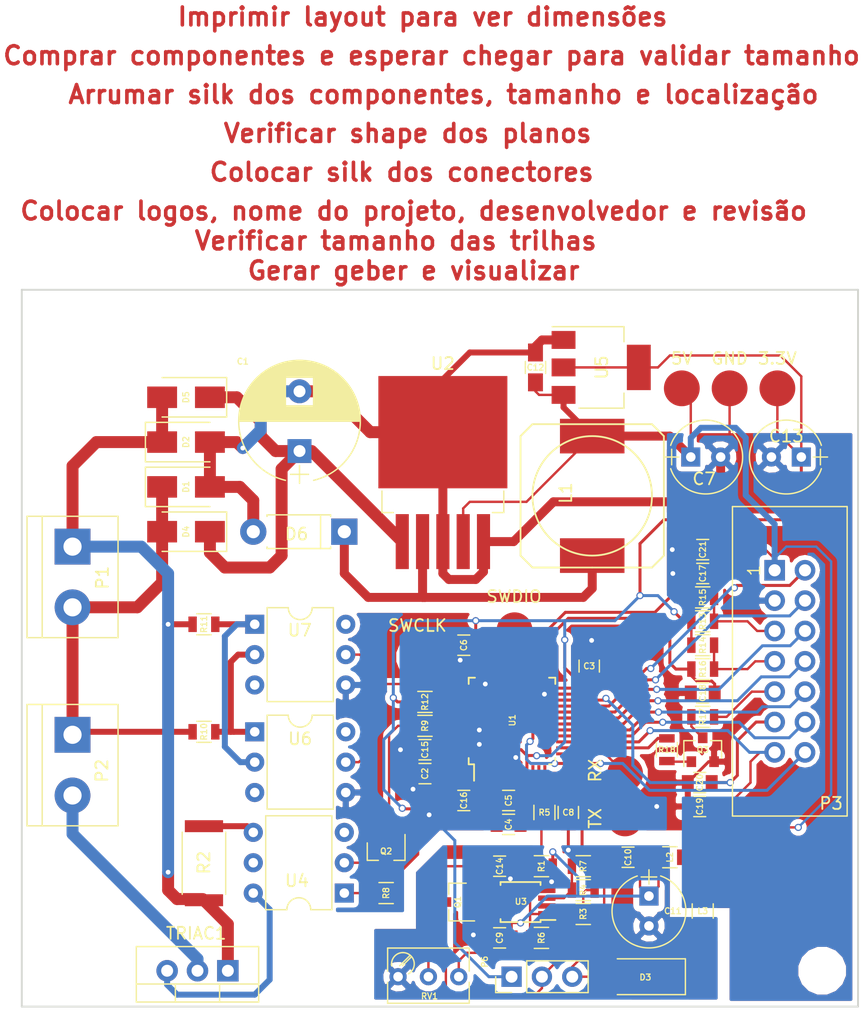
<source format=kicad_pcb>
(kicad_pcb (version 4) (host pcbnew 4.0.6-e0-6349~53~ubuntu16.04.1)
  (layers (0 F.Cu signal) (31 B.Cu signal) (34 B.Paste user hide) (35 F.Paste user hide) (36 B.SilkS user) (37 F.SilkS user) (38 B.Mask user) (39 F.Mask user) (44 Edge.Cuts user))
  (net 0 "")
  (net 1 "Net-(C1-Pad1)")
  (net 2 GND)
  (net 3 +3V3)
  (net 4 +5VD)
  (net 5 ADC)
  (net 6 GNDA)
  (net 7 +5V)
  (net 8 "Net-(C14-Pad1)")
  (net 9 "Net-(C16-Pad1)")
  (net 10 ENC_A)
  (net 11 ENC_B)
  (net 12 24V-L)
  (net 13 24V-N)
  (net 14 -RTD)
  (net 15 "Net-(D6-Pad1)")
  (net 16 HEATER)
  (net 17 +RTD)
  (net 18 LCD_D7)
  (net 19 LCD_D4)
  (net 20 LCD_D5)
  (net 21 LCD_D6)
  (net 22 LCD_E)
  (net 23 LCD_RS)
  (net 24 LCD_WR)
  (net 25 CTRL)
  (net 26 FB)
  (net 27 "Net-(Q2-Pad1)")
  (net 28 "Net-(Q2-Pad3)")
  (net 29 "Net-(Q3-Pad1)")
  (net 30 "Net-(Q3-Pad3)")
  (net 31 "Net-(R2-Pad1)")
  (net 32 "Net-(R3-Pad1)")
  (net 33 "Net-(R4-Pad1)")
  (net 34 "Net-(R5-Pad2)")
  (net 35 "Net-(R8-Pad1)")
  (net 36 UC-HEATER)
  (net 37 "Net-(R10-Pad2)")
  (net 38 "Net-(R11-Pad1)")
  (net 39 UC-ZERO)
  (net 40 IHM_LED1)
  (net 41 SWDIO)
  (net 42 SWCLK)
  (net 43 RX)
  (net 44 TX)
  (net 45 "Net-(TRIAC1-Pad3)")
  (net 46 CON_ENC_A)
  (net 47 CON_ENC_B)
  (net 48 CON_LED)
  (net 49 IHM_BTT2)
  (net 50 IHM_BTT1)
  (module Housings_QFP:LQFP-48_7x7mm_Pitch0.5mm (layer F.Cu) (at 91.035 126.095 90)
    (fp_text reference U1 (at 0.06 0.03 90) (layer F.SilkS) (effects (font (size 0.5 0.5) (thickness 0.1))))
    (fp_text value STM32F103C8T6 hide)
    (pad 1 smd rect (at -4.35 -2.75 90) (size 1.3 0.25) (layers F.Cu F.Paste F.Mask) (net 3 +3V3))
    (pad 2 smd rect (at -4.35 -2.25 90) (size 1.3 0.25) (layers F.Cu F.Paste F.Mask))
    (pad 3 smd rect (at -4.35 -1.75 90) (size 1.3 0.25) (layers F.Cu F.Paste F.Mask))
    (pad 4 smd rect (at -4.35 -1.25 90) (size 1.3 0.25) (layers F.Cu F.Paste F.Mask))
    (pad 5 smd rect (at -4.35 -0.75 90) (size 1.3 0.25) (layers F.Cu F.Paste F.Mask))
    (pad 6 smd rect (at -4.35 -0.25 90) (size 1.3 0.25) (layers F.Cu F.Paste F.Mask))
    (pad 7 smd rect (at -4.35 0.25 90) (size 1.3 0.25) (layers F.Cu F.Paste F.Mask) (net 9 "Net-(C16-Pad1)"))
    (pad 8 smd rect (at -4.35 0.75 90) (size 1.3 0.25) (layers F.Cu F.Paste F.Mask) (net 2 GND))
    (pad 9 smd rect (at -4.35 1.25 90) (size 1.3 0.25) (layers F.Cu F.Paste F.Mask) (net 3 +3V3))
    (pad 10 smd rect (at -4.35 1.75 90) (size 1.3 0.25) (layers F.Cu F.Paste F.Mask) (net 5 ADC))
    (pad 11 smd rect (at -4.35 2.25 90) (size 1.3 0.25) (layers F.Cu F.Paste F.Mask) (net 14 -RTD))
    (pad 12 smd rect (at -4.35 2.75 90) (size 1.3 0.25) (layers F.Cu F.Paste F.Mask) (net 44 TX))
    (pad 13 smd rect (at -2.75 4.35 180) (size 1.3 0.25) (layers F.Cu F.Paste F.Mask) (net 43 RX))
    (pad 14 smd rect (at -2.25 4.35 180) (size 1.3 0.25) (layers F.Cu F.Paste F.Mask) (net 40 IHM_LED1))
    (pad 15 smd rect (at -1.75 4.35 180) (size 1.3 0.25) (layers F.Cu F.Paste F.Mask) (net 49 IHM_BTT2))
    (pad 16 smd rect (at -1.25 4.35 180) (size 1.3 0.25) (layers F.Cu F.Paste F.Mask) (net 23 LCD_RS))
    (pad 17 smd rect (at -0.75 4.35 180) (size 1.3 0.25) (layers F.Cu F.Paste F.Mask) (net 22 LCD_E))
    (pad 18 smd rect (at -0.25 4.35 180) (size 1.3 0.25) (layers F.Cu F.Paste F.Mask) (net 18 LCD_D7))
    (pad 19 smd rect (at 0.25 4.35 180) (size 1.3 0.25) (layers F.Cu F.Paste F.Mask) (net 19 LCD_D4))
    (pad 20 smd rect (at 0.75 4.35 180) (size 1.3 0.25) (layers F.Cu F.Paste F.Mask) (net 20 LCD_D5))
    (pad 21 smd rect (at 1.25 4.35 180) (size 1.3 0.25) (layers F.Cu F.Paste F.Mask) (net 21 LCD_D6))
    (pad 22 smd rect (at 1.75 4.35 180) (size 1.3 0.25) (layers F.Cu F.Paste F.Mask) (net 50 IHM_BTT1))
    (pad 23 smd rect (at 2.25 4.35 180) (size 1.3 0.25) (layers F.Cu F.Paste F.Mask) (net 2 GND))
    (pad 24 smd rect (at 2.75 4.35 180) (size 1.3 0.25) (layers F.Cu F.Paste F.Mask) (net 3 +3V3))
    (pad 25 smd rect (at 4.35 2.75 90) (size 1.3 0.25) (layers F.Cu F.Paste F.Mask) (net 11 ENC_B))
    (pad 26 smd rect (at 4.35 2.25 90) (size 1.3 0.25) (layers F.Cu F.Paste F.Mask) (net 10 ENC_A))
    (pad 27 smd rect (at 4.35 1.75 90) (size 1.3 0.25) (layers F.Cu F.Paste F.Mask) (net 24 LCD_WR))
    (pad 28 smd rect (at 4.35 1.25 90) (size 1.3 0.25) (layers F.Cu F.Paste F.Mask))
    (pad 29 smd rect (at 4.35 0.75 90) (size 1.3 0.25) (layers F.Cu F.Paste F.Mask))
    (pad 30 smd rect (at 4.35 0.25 90) (size 1.3 0.25) (layers F.Cu F.Paste F.Mask))
    (pad 31 smd rect (at 4.35 -0.25 90) (size 1.3 0.25) (layers F.Cu F.Paste F.Mask))
    (pad 32 smd rect (at 4.35 -0.75 90) (size 1.3 0.25) (layers F.Cu F.Paste F.Mask))
    (pad 33 smd rect (at 4.35 -1.25 90) (size 1.3 0.25) (layers F.Cu F.Paste F.Mask))
    (pad 34 smd rect (at 4.35 -1.75 90) (size 1.3 0.25) (layers F.Cu F.Paste F.Mask) (net 41 SWDIO))
    (pad 35 smd rect (at 4.35 -2.25 90) (size 1.3 0.25) (layers F.Cu F.Paste F.Mask) (net 2 GND))
    (pad 36 smd rect (at 4.35 -2.75 90) (size 1.3 0.25) (layers F.Cu F.Paste F.Mask) (net 3 +3V3))
    (pad 37 smd rect (at 2.75 -4.35 180) (size 1.3 0.25) (layers F.Cu F.Paste F.Mask) (net 42 SWCLK))
    (pad 38 smd rect (at 2.25 -4.35 180) (size 1.3 0.25) (layers F.Cu F.Paste F.Mask))
    (pad 39 smd rect (at 1.75 -4.35 180) (size 1.3 0.25) (layers F.Cu F.Paste F.Mask))
    (pad 40 smd rect (at 1.25 -4.35 180) (size 1.3 0.25) (layers F.Cu F.Paste F.Mask))
    (pad 41 smd rect (at 0.75 -4.35 180) (size 1.3 0.25) (layers F.Cu F.Paste F.Mask) (net 39 UC-ZERO))
    (pad 42 smd rect (at 0.25 -4.35 180) (size 1.3 0.25) (layers F.Cu F.Paste F.Mask))
    (pad 43 smd rect (at -0.25 -4.35 180) (size 1.3 0.25) (layers F.Cu F.Paste F.Mask))
    (pad 44 smd rect (at -0.75 -4.35 180) (size 1.3 0.25) (layers F.Cu F.Paste F.Mask) (net 2 GND))
    (pad 45 smd rect (at -1.25 -4.35 180) (size 1.3 0.25) (layers F.Cu F.Paste F.Mask))
    (pad 46 smd rect (at -1.75 -4.35 180) (size 1.3 0.25) (layers F.Cu F.Paste F.Mask) (net 36 UC-HEATER))
    (pad 47 smd rect (at -2.25 -4.35 180) (size 1.3 0.25) (layers F.Cu F.Paste F.Mask) (net 2 GND))
    (pad 48 smd rect (at -2.75 -4.35 180) (size 1.3 0.25) (layers F.Cu F.Paste F.Mask) (net 3 +3V3))
  )
  (module Capacitors_SMD:C_0805 (layer F.Cu) (at 83.75 130.5 180)
    (fp_text reference C2 (at 0 0 270) (layer F.SilkS) (effects (font (size 0.5 0.5) (thickness 0.1))))
    (fp_text value 100nF hide)
    (pad 1 smd rect (at -1 0 180) (size 1 1.25) (layers F.Cu F.Paste F.Mask) (net 3 +3V3))
    (pad 2 smd rect (at 1 0 180) (size 1 1.25) (layers F.Cu F.Paste F.Mask) (net 2 GND))
  )
  (module Connectors:bornier2 (layer F.Cu) (at 54.25 111.5 270)
    (fp_text reference P1 (at 2.6 -2.5 270) (layer F.SilkS))
    (fp_text value CONN_01X02 hide)
    (pad 1 thru_hole rect (at 0 0 270) (size 3 3) (drill 1.52) (layers *.Cu *.Mask) (net 13 24V-N))
    (pad 2 thru_hole circle (at 5.08 0 270) (size 3 3) (drill 1.52) (layers *.Cu *.Mask) (net 12 24V-L))
  )
  (module Resistors_SMD:R_2512 (layer F.Cu) (at 65.25 138 270)
    (fp_text reference R2 (at -0.05 0 270) (layer F.SilkS))
    (fp_text value "39R 1W" hide)
    (pad 1 smd rect (at -3.1 0 270) (size 1 3.2) (layers F.Cu F.Paste F.Mask) (net 31 "Net-(R2-Pad1)"))
    (pad 2 smd rect (at 3.1 0 270) (size 1 3.2) (layers F.Cu F.Paste F.Mask) (net 13 24V-N))
  )
  (module TO_SOT_Packages_THT:TO-220_Vertical (layer F.Cu) (at 67.25 147 180)
    (fp_text reference TRIAC1 (at 2.65 3.13 180) (layer F.SilkS))
    (fp_text value BTA16-600B hide)
    (pad 1 thru_hole rect (at 0 0 180) (size 1.8 1.8) (drill 1) (layers *.Cu *.Mask) (net 13 24V-N))
    (pad 2 thru_hole oval (at 2.54 0 180) (size 1.8 1.8) (drill 1) (layers *.Cu *.Mask) (net 16 HEATER))
    (pad 3 thru_hole oval (at 5.08 0 180) (size 1.8 1.8) (drill 1) (layers *.Cu *.Mask) (net 45 "Net-(TRIAC1-Pad3)"))
  )
  (module Housings_DIP:DIP-6_W7.62mm (layer F.Cu) (at 69.5 127)
    (fp_text reference U6 (at 3.8 0.59) (layer F.SilkS))
    (fp_text value 4N25 hide)
    (pad 1 thru_hole rect (at 0 0) (size 1.6 1.6) (drill 0.8) (layers *.Cu *.Mask) (net 37 "Net-(R10-Pad2)"))
    (pad 4 thru_hole oval (at 7.62 5.08) (size 1.6 1.6) (drill 0.8) (layers *.Cu *.Mask) (net 2 GND))
    (pad 2 thru_hole oval (at 0 2.54) (size 1.6 1.6) (drill 0.8) (layers *.Cu *.Mask) (net 38 "Net-(R11-Pad1)"))
    (pad 5 thru_hole oval (at 7.62 2.54) (size 1.6 1.6) (drill 0.8) (layers *.Cu *.Mask) (net 39 UC-ZERO))
    (pad 3 thru_hole oval (at 0 5.08) (size 1.6 1.6) (drill 0.8) (layers *.Cu *.Mask))
    (pad 6 thru_hole oval (at 7.62 0) (size 1.6 1.6) (drill 0.8) (layers *.Cu *.Mask))
  )
  (module Housings_DIP:DIP-6_W7.62mm (layer F.Cu) (at 69.5 118)
    (fp_text reference U7 (at 3.77 0.5) (layer F.SilkS))
    (fp_text value 4N25 hide)
    (pad 1 thru_hole rect (at 0 0) (size 1.6 1.6) (drill 0.8) (layers *.Cu *.Mask) (net 38 "Net-(R11-Pad1)"))
    (pad 4 thru_hole oval (at 7.62 5.08) (size 1.6 1.6) (drill 0.8) (layers *.Cu *.Mask) (net 2 GND))
    (pad 2 thru_hole oval (at 0 2.54) (size 1.6 1.6) (drill 0.8) (layers *.Cu *.Mask) (net 37 "Net-(R10-Pad2)"))
    (pad 5 thru_hole oval (at 7.62 2.54) (size 1.6 1.6) (drill 0.8) (layers *.Cu *.Mask) (net 39 UC-ZERO))
    (pad 3 thru_hole oval (at 0 5.08) (size 1.6 1.6) (drill 0.8) (layers *.Cu *.Mask))
    (pad 6 thru_hole oval (at 7.62 0) (size 1.6 1.6) (drill 0.8) (layers *.Cu *.Mask))
  )
  (module Measurement_Points:Measurement_Point_Round-SMD-Pad_Big (layer F.Cu) (at 100.5 130.5)
    (fp_text reference TP3 hide)
    (fp_text value RX (at -2.5 -0.25 90) (layer F.SilkS))
    (pad 1 smd circle (at 0 0) (size 3 3) (layers F.Cu F.Mask) (net 43 RX))
  )
  (module Capacitors_THT:CP_Radial_D10.0mm_P5.00mm (layer F.Cu) (at 73.25 103.5 90)
    (fp_text reference C1 (at 7.5 -4.75 180) (layer F.SilkS) (effects (font (size 0.5 0.5) (thickness 0.1))))
    (fp_text value "680uF 35V" hide)
    (pad 1 thru_hole rect (at 0 0 90) (size 2 2) (drill 1) (layers *.Cu *.Mask) (net 1 "Net-(C1-Pad1)"))
    (pad 2 thru_hole circle (at 5 0 90) (size 2 2) (drill 1) (layers *.Cu *.Mask) (net 2 GND))
  )
  (module Capacitors_THT:CP_Radial_Tantal_D6.0mm_P2.50mm (layer F.Cu) (at 106 104)
    (fp_text reference C7 (at 1.12 1.83) (layer F.SilkS))
    (fp_text value "220uF 16V" hide)
    (pad 1 thru_hole rect (at 0 0) (size 1.6 1.6) (drill 0.8) (layers *.Cu *.Mask) (net 4 +5VD))
    (pad 2 thru_hole circle (at 2.5 0) (size 1.6 1.6) (drill 0.8) (layers *.Cu *.Mask) (net 2 GND))
  )
  (module Capacitors_THT:CP_Radial_Tantal_D6.0mm_P2.50mm (layer F.Cu) (at 102.5 140.75 270)
    (fp_text reference C11 (at 1.25 -2 360) (layer F.SilkS) (effects (font (size 0.5 0.5) (thickness 0.1))))
    (fp_text value "220uF 16V" hide)
    (pad 1 thru_hole rect (at 0 0 270) (size 1.6 1.6) (drill 0.8) (layers *.Cu *.Mask) (net 7 +5V))
    (pad 2 thru_hole circle (at 2.5 0 270) (size 1.6 1.6) (drill 0.8) (layers *.Cu *.Mask) (net 6 GNDA))
  )
  (module Capacitors_SMD:C_0805_HandSoldering (layer F.Cu) (at 93 96.5 90)
    (fp_text reference C12 (at 0 0 180) (layer F.SilkS) (effects (font (size 0.5 0.5) (thickness 0.1))))
    (fp_text value 1uF hide)
    (pad 1 smd rect (at -1.25 0 90) (size 1.5 1.25) (layers F.Cu F.Paste F.Mask) (net 4 +5VD))
    (pad 2 smd rect (at 1.25 0 90) (size 1.5 1.25) (layers F.Cu F.Paste F.Mask) (net 2 GND))
  )
  (module Diodes_SMD:D_SMA_Standard (layer F.Cu) (at 63.75 106.5)
    (fp_text reference D1 (at 0 0 270) (layer F.SilkS) (effects (font (size 0.5 0.5) (thickness 0.1))))
    (fp_text value 1N4007 hide)
    (pad 1 smd rect (at -2 0) (size 2.5 1.8) (layers F.Cu F.Paste F.Mask) (net 12 24V-L))
    (pad 2 smd rect (at 2 0) (size 2.5 1.8) (layers F.Cu F.Paste F.Mask) (net 2 GND))
  )
  (module Diodes_SMD:D_SMA_Standard (layer F.Cu) (at 63.75 102.75)
    (fp_text reference D2 (at 0 0 270) (layer F.SilkS) (effects (font (size 0.5 0.5) (thickness 0.1))))
    (fp_text value 1N4007 hide)
    (pad 1 smd rect (at -2 0) (size 2.5 1.8) (layers F.Cu F.Paste F.Mask) (net 13 24V-N))
    (pad 2 smd rect (at 2 0) (size 2.5 1.8) (layers F.Cu F.Paste F.Mask) (net 2 GND))
  )
  (module Diodes_SMD:D_SMA_Standard (layer F.Cu) (at 63.75 110.25 180)
    (fp_text reference D4 (at 0 0 450) (layer F.SilkS) (effects (font (size 0.5 0.5) (thickness 0.1))))
    (fp_text value 1N4007 hide)
    (pad 1 smd rect (at -2 0 180) (size 2.5 1.8) (layers F.Cu F.Paste F.Mask) (net 1 "Net-(C1-Pad1)"))
    (pad 2 smd rect (at 2 0 180) (size 2.5 1.8) (layers F.Cu F.Paste F.Mask) (net 12 24V-L))
  )
  (module Diodes_SMD:D_SMA_Standard (layer F.Cu) (at 63.75 99 180)
    (fp_text reference D5 (at 0 0 270) (layer F.SilkS) (effects (font (size 0.5 0.5) (thickness 0.1))))
    (fp_text value 1N4007 hide)
    (pad 1 smd rect (at -2 0 180) (size 2.5 1.8) (layers F.Cu F.Paste F.Mask) (net 1 "Net-(C1-Pad1)"))
    (pad 2 smd rect (at 2 0 180) (size 2.5 1.8) (layers F.Cu F.Paste F.Mask) (net 13 24V-N))
  )
  (module Diodes_THT:D_DO-41_SOD81_P7.62mm_Horizontal (layer F.Cu) (at 77 110.25 180)
    (fp_text reference D6 (at 4 -0.2 180) (layer F.SilkS))
    (fp_text value 1N5819 hide)
    (pad 1 thru_hole rect (at 0 0 180) (size 2.2 2.2) (drill 1.1) (layers *.Cu *.Mask) (net 15 "Net-(D6-Pad1)"))
    (pad 2 thru_hole oval (at 7.62 0 180) (size 2.2 2.2) (drill 1.1) (layers *.Cu *.Mask) (net 2 GND))
  )
  (module Inductors:SELF-WE-PD-XXL (layer F.Cu) (at 97.75 107.25 90)
    (fp_text reference L1 (at 0.23 -2.21 270) (layer F.SilkS))
    (fp_text value 1mH hide)
    (fp_text user "" (at 0 0 90) (layer F.SilkS))
    (fp_text user "" (at 0 0 90) (layer F.SilkS))
    (pad 1 smd rect (at -5.00126 0 90) (size 2.90068 5.40004) (layers F.Cu F.Paste F.Mask) (net 15 "Net-(D6-Pad1)"))
    (pad 2 smd rect (at 5.00126 0 90) (size 2.90068 5.40004) (layers F.Cu F.Paste F.Mask) (net 4 +5VD))
  )
  (module Resistors_SMD:R_0805_HandSoldering (layer F.Cu) (at 107 142 90)
    (fp_text reference L3 (at 0 0 180) (layer F.SilkS) (effects (font (size 0.5 0.5) (thickness 0.1))))
    (fp_text value 1uH hide)
    (pad 1 smd rect (at -1.35 0 90) (size 1.5 1.3) (layers F.Cu F.Paste F.Mask) (net 6 GNDA))
    (pad 2 smd rect (at 1.35 0 90) (size 1.5 1.3) (layers F.Cu F.Paste F.Mask) (net 2 GND))
  )
  (module TO_SOT_Packages_SMD:SOT-23 (layer F.Cu) (at 86.5 141.25 180)
    (fp_text reference Q1 (at 0 0 270) (layer F.SilkS) (effects (font (size 0.5 0.5) (thickness 0.1))))
    (fp_text value MMBT3906 hide)
    (pad 1 smd rect (at -1 -0.95 180) (size 0.9 0.8) (layers F.Cu F.Paste F.Mask) (net 25 CTRL))
    (pad 2 smd rect (at -1 0.95 180) (size 0.9 0.8) (layers F.Cu F.Paste F.Mask) (net 26 FB))
    (pad 3 smd rect (at 1 0 180) (size 0.9 0.8) (layers F.Cu F.Paste F.Mask) (net 17 +RTD))
  )
  (module TO_SOT_Packages_SMD:SOT-23 (layer F.Cu) (at 80.5 137 270)
    (fp_text reference Q2 (at 0 0 360) (layer F.SilkS) (effects (font (size 0.5 0.5) (thickness 0.1))))
    (fp_text value MMBT3904 hide)
    (pad 1 smd rect (at -1 -0.95 270) (size 0.9 0.8) (layers F.Cu F.Paste F.Mask) (net 27 "Net-(Q2-Pad1)"))
    (pad 2 smd rect (at -1 0.95 270) (size 0.9 0.8) (layers F.Cu F.Paste F.Mask) (net 2 GND))
    (pad 3 smd rect (at 1 0 270) (size 0.9 0.8) (layers F.Cu F.Paste F.Mask) (net 28 "Net-(Q2-Pad3)"))
  )
  (module TO_SOT_Packages_SMD:SOT-23 (layer F.Cu) (at 107 128.5 90)
    (fp_text reference Q3 (at 0 0 180) (layer F.SilkS) (effects (font (size 0.5 0.5) (thickness 0.1))))
    (fp_text value MMBT3904 hide)
    (pad 1 smd rect (at -1 -0.95 90) (size 0.9 0.8) (layers F.Cu F.Paste F.Mask) (net 29 "Net-(Q3-Pad1)"))
    (pad 2 smd rect (at -1 0.95 90) (size 0.9 0.8) (layers F.Cu F.Paste F.Mask) (net 2 GND))
    (pad 3 smd rect (at 1 0 90) (size 0.9 0.8) (layers F.Cu F.Paste F.Mask) (net 30 "Net-(Q3-Pad3)"))
  )
  (module Potentiometers:Potentiometer_Trimmer_Bourns_3266Y (layer F.Cu) (at 81.5 147.5 180)
    (fp_text reference RV1 (at -2.63 -1.63 360) (layer F.SilkS) (effects (font (size 0.5 0.5) (thickness 0.1))))
    (fp_text value 10k hide)
    (pad 1 thru_hole circle (at 0 0 180) (size 1.44 1.44) (drill 0.8) (layers *.Cu *.Mask) (net 6 GNDA))
    (pad 2 thru_hole circle (at -2.54 0 180) (size 1.44 1.44) (drill 0.8) (layers *.Cu *.Mask) (net 8 "Net-(C14-Pad1)"))
    (pad 3 thru_hole circle (at -5.08 0 180) (size 1.44 1.44) (drill 0.8) (layers *.Cu *.Mask) (net 7 +5V))
  )
  (module Measurement_Points:Measurement_Point_Round-SMD-Pad_Big (layer F.Cu) (at 91.25 118.5 90)
    (fp_text reference TP1 hide)
    (fp_text value SWDIO (at 2.815 -0.045 180) (layer F.SilkS))
    (pad 1 smd circle (at 0 0 90) (size 3 3) (layers F.Cu F.Mask) (net 41 SWDIO))
  )
  (module Measurement_Points:Measurement_Point_Round-SMD-Pad_Big (layer F.Cu) (at 83.25 120.75 90)
    (fp_text reference TP2 hide)
    (fp_text value SWCLK (at 2.645 -0.135 180) (layer F.SilkS))
    (pad 1 smd circle (at 0 0 90) (size 3 3) (layers F.Cu F.Mask) (net 42 SWCLK))
  )
  (module Measurement_Points:Measurement_Point_Round-SMD-Pad_Big (layer F.Cu) (at 100.5 134.25 180)
    (fp_text reference TP4 hide)
    (fp_text value TX (at 2.5 0 270) (layer F.SilkS))
    (pad 1 smd circle (at 0 0 180) (size 3 3) (layers F.Cu F.Mask) (net 44 TX))
  )
  (module Measurement_Points:Measurement_Point_Round-SMD-Pad_Big (layer F.Cu) (at 109.25 98.25 270)
    (fp_text reference TP5 hide)
    (fp_text value GND (at -2.5 0 360) (layer F.SilkS))
    (pad 1 smd circle (at 0 0 270) (size 3 3) (layers F.Cu F.Mask) (net 2 GND))
  )
  (module Measurement_Points:Measurement_Point_Round-SMD-Pad_Big (layer F.Cu) (at 113.25 98.25)
    (fp_text reference TP6 hide)
    (fp_text value 3.3V (at 0 -2.5) (layer F.SilkS))
    (pad 1 smd circle (at 0 0) (size 3 3) (layers F.Cu F.Mask) (net 3 +3V3))
  )
  (module TO_SOT_Packages_SMD:TO-263-5Lead (layer F.Cu) (at 85.25 106.5 90)
    (fp_text reference U2 (at 10.32 -0.01 360) (layer F.SilkS))
    (fp_text value LM2596 hide)
    (pad 5 smd rect (at -4.58 3.4 90) (size 4.6 1.1) (layers F.Cu F.Paste F.Mask) (net 2 GND))
    (pad 4 smd rect (at -4.58 1.7 90) (size 4.6 1.1) (layers F.Cu F.Paste F.Mask) (net 4 +5VD))
    (pad 2 smd rect (at -4.58 -1.7 90) (size 4.6 1.1) (layers F.Cu F.Paste F.Mask) (net 15 "Net-(D6-Pad1)"))
    (pad 3 smd rect (at 4.58 0 90) (size 9.4 10.8) (layers F.Cu F.Paste F.Mask) (net 2 GND))
    (pad 3 smd rect (at -4.58 0 90) (size 4.6 1.1) (layers F.Cu F.Paste F.Mask) (net 2 GND))
    (pad 1 smd rect (at -4.58 -3.4 90) (size 4.6 1.1) (layers F.Cu F.Paste F.Mask) (net 1 "Net-(C1-Pad1)"))
  )
  (module Housings_SSOP:MSOP-8_3x3mm_Pitch0.65mm (layer F.Cu) (at 91.75 141.25 180)
    (fp_text reference U3 (at -0.03 0.04 180) (layer F.SilkS) (effects (font (size 0.5 0.5) (thickness 0.1))))
    (fp_text value AD8606 hide)
    (pad 1 smd rect (at -2.2 -0.975 180) (size 1.45 0.45) (layers F.Cu F.Paste F.Mask) (net 34 "Net-(R5-Pad2)"))
    (pad 2 smd rect (at -2.2 -0.325 180) (size 1.45 0.45) (layers F.Cu F.Paste F.Mask) (net 32 "Net-(R3-Pad1)"))
    (pad 3 smd rect (at -2.2 0.325 180) (size 1.45 0.45) (layers F.Cu F.Paste F.Mask) (net 33 "Net-(R4-Pad1)"))
    (pad 4 smd rect (at -2.2 0.975 180) (size 1.45 0.45) (layers F.Cu F.Paste F.Mask) (net 6 GNDA))
    (pad 5 smd rect (at 2.2 0.975 180) (size 1.45 0.45) (layers F.Cu F.Paste F.Mask) (net 8 "Net-(C14-Pad1)"))
    (pad 6 smd rect (at 2.2 0.325 180) (size 1.45 0.45) (layers F.Cu F.Paste F.Mask) (net 26 FB))
    (pad 7 smd rect (at 2.2 -0.325 180) (size 1.45 0.45) (layers F.Cu F.Paste F.Mask) (net 25 CTRL))
    (pad 8 smd rect (at 2.2 -0.975 180) (size 1.45 0.45) (layers F.Cu F.Paste F.Mask) (net 7 +5V))
  )
  (module Housings_DIP:DIP-6_W7.62mm (layer F.Cu) (at 77 140.5 180)
    (fp_text reference U4 (at 3.97 1.03 180) (layer F.SilkS))
    (fp_text value MOC3011M hide)
    (pad 1 thru_hole rect (at 0 0 180) (size 1.6 1.6) (drill 0.8) (layers *.Cu *.Mask) (net 35 "Net-(R8-Pad1)"))
    (pad 4 thru_hole oval (at 7.62 5.08 180) (size 1.6 1.6) (drill 0.8) (layers *.Cu *.Mask) (net 31 "Net-(R2-Pad1)"))
    (pad 2 thru_hole oval (at 0 2.54 180) (size 1.6 1.6) (drill 0.8) (layers *.Cu *.Mask) (net 28 "Net-(Q2-Pad3)"))
    (pad 5 thru_hole oval (at 7.62 2.54 180) (size 1.6 1.6) (drill 0.8) (layers *.Cu *.Mask))
    (pad 3 thru_hole oval (at 0 5.08 180) (size 1.6 1.6) (drill 0.8) (layers *.Cu *.Mask))
    (pad 6 thru_hole oval (at 7.62 0 180) (size 1.6 1.6) (drill 0.8) (layers *.Cu *.Mask) (net 45 "Net-(TRIAC1-Pad3)"))
  )
  (module TO_SOT_Packages_SMD:SOT-223 (layer F.Cu) (at 98.5 96.5)
    (fp_text reference U5 (at 0.05 0 90) (layer F.SilkS))
    (fp_text value LM1117-3.3 hide)
    (pad 4 smd rect (at 3.15 0) (size 2 3.8) (layers F.Cu F.Paste F.Mask) (net 3 +3V3))
    (pad 2 smd rect (at -3.15 0) (size 2 1.5) (layers F.Cu F.Paste F.Mask) (net 3 +3V3))
    (pad 3 smd rect (at -3.15 2.3) (size 2 1.5) (layers F.Cu F.Paste F.Mask) (net 4 +5VD))
    (pad 1 smd rect (at -3.15 -2.3) (size 2 1.5) (layers F.Cu F.Paste F.Mask) (net 2 GND))
  )
  (module Capacitors_SMD:C_0805 (layer F.Cu) (at 97.5 121.5 90)
    (fp_text reference C3 (at 0 0 180) (layer F.SilkS) (effects (font (size 0.5 0.5) (thickness 0.1))))
    (fp_text value 100nF hide)
    (pad 1 smd rect (at -1 0 90) (size 1 1.25) (layers F.Cu F.Paste F.Mask) (net 3 +3V3))
    (pad 2 smd rect (at 1 0 90) (size 1 1.25) (layers F.Cu F.Paste F.Mask) (net 2 GND))
  )
  (module Capacitors_SMD:C_0805 (layer F.Cu) (at 90.75 134.75 180)
    (fp_text reference C4 (at 0 0 270) (layer F.SilkS) (effects (font (size 0.5 0.5) (thickness 0.1))))
    (fp_text value 100nF hide)
    (pad 1 smd rect (at -1 0 180) (size 1 1.25) (layers F.Cu F.Paste F.Mask) (net 3 +3V3))
    (pad 2 smd rect (at 1 0 180) (size 1 1.25) (layers F.Cu F.Paste F.Mask) (net 2 GND))
  )
  (module Capacitors_SMD:C_0805 (layer F.Cu) (at 90.75 132.75 180)
    (fp_text reference C5 (at 0 0 270) (layer F.SilkS) (effects (font (size 0.5 0.5) (thickness 0.1))))
    (fp_text value 1uF hide)
    (pad 1 smd rect (at -1 0 180) (size 1 1.25) (layers F.Cu F.Paste F.Mask) (net 3 +3V3))
    (pad 2 smd rect (at 1 0 180) (size 1 1.25) (layers F.Cu F.Paste F.Mask) (net 2 GND))
  )
  (module Capacitors_SMD:C_0805 (layer F.Cu) (at 87 119.75 180)
    (fp_text reference C6 (at 0 0 270) (layer F.SilkS) (effects (font (size 0.5 0.5) (thickness 0.1))))
    (fp_text value 100nF hide)
    (pad 1 smd rect (at -1 0 180) (size 1 1.25) (layers F.Cu F.Paste F.Mask) (net 3 +3V3))
    (pad 2 smd rect (at 1 0 180) (size 1 1.25) (layers F.Cu F.Paste F.Mask) (net 2 GND))
  )
  (module Capacitors_SMD:C_0805 (layer F.Cu) (at 95.75 133.75 270)
    (fp_text reference C8 (at 0 0 360) (layer F.SilkS) (effects (font (size 0.5 0.5) (thickness 0.1))))
    (fp_text value 1uF hide)
    (pad 1 smd rect (at -1 0 270) (size 1 1.25) (layers F.Cu F.Paste F.Mask) (net 5 ADC))
    (pad 2 smd rect (at 1 0 270) (size 1 1.25) (layers F.Cu F.Paste F.Mask) (net 6 GNDA))
  )
  (module Capacitors_SMD:C_0805 (layer F.Cu) (at 90 144.25)
    (fp_text reference C9 (at 0 0 90) (layer F.SilkS) (effects (font (size 0.5 0.5) (thickness 0.1))))
    (fp_text value 100nF hide)
    (pad 1 smd rect (at -1 0) (size 1 1.25) (layers F.Cu F.Paste F.Mask) (net 6 GNDA))
    (pad 2 smd rect (at 1 0) (size 1 1.25) (layers F.Cu F.Paste F.Mask) (net 7 +5V))
  )
  (module Capacitors_SMD:C_0805 (layer F.Cu) (at 100.75 137.5 180)
    (fp_text reference C10 (at 0 0 270) (layer F.SilkS) (effects (font (size 0.5 0.5) (thickness 0.1))))
    (fp_text value 100nF hide)
    (pad 1 smd rect (at -1 0 180) (size 1 1.25) (layers F.Cu F.Paste F.Mask) (net 7 +5V))
    (pad 2 smd rect (at 1 0 180) (size 1 1.25) (layers F.Cu F.Paste F.Mask) (net 6 GNDA))
  )
  (module Capacitors_SMD:C_0805 (layer F.Cu) (at 90 138.25)
    (fp_text reference C14 (at 0 0 90) (layer F.SilkS) (effects (font (size 0.5 0.5) (thickness 0.1))))
    (fp_text value 100nF hide)
    (pad 1 smd rect (at -1 0) (size 1 1.25) (layers F.Cu F.Paste F.Mask) (net 8 "Net-(C14-Pad1)"))
    (pad 2 smd rect (at 1 0) (size 1 1.25) (layers F.Cu F.Paste F.Mask) (net 6 GNDA))
  )
  (module Capacitors_SMD:C_0805 (layer F.Cu) (at 83.75 128.5 180)
    (fp_text reference C15 (at 0 0 270) (layer F.SilkS) (effects (font (size 0.5 0.5) (thickness 0.1))))
    (fp_text value 10uF hide)
    (pad 1 smd rect (at -1 0 180) (size 1 1.25) (layers F.Cu F.Paste F.Mask) (net 3 +3V3))
    (pad 2 smd rect (at 1 0 180) (size 1 1.25) (layers F.Cu F.Paste F.Mask) (net 2 GND))
  )
  (module Capacitors_SMD:C_0805 (layer F.Cu) (at 87 132.75 180)
    (fp_text reference C16 (at 0 0 270) (layer F.SilkS) (effects (font (size 0.5 0.5) (thickness 0.1))))
    (fp_text value 100nF hide)
    (pad 1 smd rect (at -1 0 180) (size 1 1.25) (layers F.Cu F.Paste F.Mask) (net 9 "Net-(C16-Pad1)"))
    (pad 2 smd rect (at 1 0 180) (size 1 1.25) (layers F.Cu F.Paste F.Mask) (net 2 GND))
  )
  (module Capacitors_SMD:C_0805 (layer F.Cu) (at 107 113.75)
    (fp_text reference C17 (at 0 0 90) (layer F.SilkS) (effects (font (size 0.5 0.5) (thickness 0.1))))
    (fp_text value 100nF hide)
    (pad 1 smd rect (at -1 0) (size 1 1.25) (layers F.Cu F.Paste F.Mask) (net 2 GND))
    (pad 2 smd rect (at 1 0) (size 1 1.25) (layers F.Cu F.Paste F.Mask) (net 10 ENC_A))
  )
  (module Capacitors_SMD:C_0805 (layer F.Cu) (at 107 123.75)
    (fp_text reference C18 (at 0 0 90) (layer F.SilkS) (effects (font (size 0.5 0.5) (thickness 0.1))))
    (fp_text value 100nF hide)
    (pad 1 smd rect (at -1 0) (size 1 1.25) (layers F.Cu F.Paste F.Mask) (net 2 GND))
    (pad 2 smd rect (at 1 0) (size 1 1.25) (layers F.Cu F.Paste F.Mask) (net 11 ENC_B))
  )
  (module Capacitors_SMD:C_0805 (layer F.Cu) (at 106.75 133.25 180)
    (fp_text reference C19 (at 0 0 270) (layer F.SilkS) (effects (font (size 0.5 0.5) (thickness 0.1))))
    (fp_text value 100nF hide)
    (pad 1 smd rect (at -1 0 180) (size 1 1.25) (layers F.Cu F.Paste F.Mask) (net 49 IHM_BTT2))
    (pad 2 smd rect (at 1 0 180) (size 1 1.25) (layers F.Cu F.Paste F.Mask) (net 2 GND))
  )
  (module Capacitors_SMD:C_0805 (layer F.Cu) (at 106.75 131.25 180)
    (fp_text reference C20 (at 0 0 270) (layer F.SilkS) (effects (font (size 0.5 0.5) (thickness 0.1))))
    (fp_text value 100nF hide)
    (pad 1 smd rect (at -1 0 180) (size 1 1.25) (layers F.Cu F.Paste F.Mask) (net 50 IHM_BTT1))
    (pad 2 smd rect (at 1 0 180) (size 1 1.25) (layers F.Cu F.Paste F.Mask) (net 2 GND))
  )
  (module Capacitors_SMD:C_0805 (layer F.Cu) (at 107 111.75)
    (fp_text reference C21 (at 0 0 90) (layer F.SilkS) (effects (font (size 0.5 0.5) (thickness 0.1))))
    (fp_text value 100nF hide)
    (pad 1 smd rect (at -1 0) (size 1 1.25) (layers F.Cu F.Paste F.Mask) (net 2 GND))
    (pad 2 smd rect (at 1 0) (size 1 1.25) (layers F.Cu F.Paste F.Mask) (net 4 +5VD))
  )
  (module Resistors_SMD:R_0805 (layer F.Cu) (at 93.5 138.25 180)
    (fp_text reference R1 (at 0 0 270) (layer F.SilkS) (effects (font (size 0.5 0.5) (thickness 0.1))))
    (fp_text value 100R hide)
    (pad 1 smd rect (at -0.95 0 180) (size 0.7 1.3) (layers F.Cu F.Paste F.Mask) (net 7 +5V))
    (pad 2 smd rect (at 0.95 0 180) (size 0.7 1.3) (layers F.Cu F.Paste F.Mask) (net 26 FB))
  )
  (module Resistors_SMD:R_0805 (layer F.Cu) (at 97 142.25)
    (fp_text reference R3 (at 0 0 90) (layer F.SilkS) (effects (font (size 0.5 0.5) (thickness 0.1))))
    (fp_text value 120k hide)
    (pad 1 smd rect (at -0.95 0) (size 0.7 1.3) (layers F.Cu F.Paste F.Mask) (net 32 "Net-(R3-Pad1)"))
    (pad 2 smd rect (at 0.95 0) (size 0.7 1.3) (layers F.Cu F.Paste F.Mask) (net 14 -RTD))
  )
  (module Resistors_SMD:R_0805 (layer F.Cu) (at 97 140.25)
    (fp_text reference R4 (at 0 0 90) (layer F.SilkS) (effects (font (size 0.5 0.5) (thickness 0.1))))
    (fp_text value 120k hide)
    (pad 1 smd rect (at -0.95 0) (size 0.7 1.3) (layers F.Cu F.Paste F.Mask) (net 33 "Net-(R4-Pad1)"))
    (pad 2 smd rect (at 0.95 0) (size 0.7 1.3) (layers F.Cu F.Paste F.Mask) (net 17 +RTD))
  )
  (module Resistors_SMD:R_0805 (layer F.Cu) (at 93.75 133.75 270)
    (fp_text reference R5 (at 0 0 360) (layer F.SilkS) (effects (font (size 0.5 0.5) (thickness 0.1))))
    (fp_text value 2.7k hide)
    (pad 1 smd rect (at -0.95 0 270) (size 0.7 1.3) (layers F.Cu F.Paste F.Mask) (net 5 ADC))
    (pad 2 smd rect (at 0.95 0 270) (size 0.7 1.3) (layers F.Cu F.Paste F.Mask) (net 34 "Net-(R5-Pad2)"))
  )
  (module Resistors_SMD:R_0805 (layer F.Cu) (at 93.5 144.25)
    (fp_text reference R6 (at 0 0 90) (layer F.SilkS) (effects (font (size 0.5 0.5) (thickness 0.1))))
    (fp_text value 680k hide)
    (pad 1 smd rect (at -0.95 0) (size 0.7 1.3) (layers F.Cu F.Paste F.Mask) (net 34 "Net-(R5-Pad2)"))
    (pad 2 smd rect (at 0.95 0) (size 0.7 1.3) (layers F.Cu F.Paste F.Mask) (net 32 "Net-(R3-Pad1)"))
  )
  (module Resistors_SMD:R_0805 (layer F.Cu) (at 97 138.25)
    (fp_text reference R7 (at 0 0 90) (layer F.SilkS) (effects (font (size 0.5 0.5) (thickness 0.1))))
    (fp_text value 680k hide)
    (pad 1 smd rect (at -0.95 0) (size 0.7 1.3) (layers F.Cu F.Paste F.Mask) (net 33 "Net-(R4-Pad1)"))
    (pad 2 smd rect (at 0.95 0) (size 0.7 1.3) (layers F.Cu F.Paste F.Mask) (net 14 -RTD))
  )
  (module Resistors_SMD:R_0805 (layer F.Cu) (at 80.5 140.5)
    (fp_text reference R8 (at 0 0 90) (layer F.SilkS) (effects (font (size 0.5 0.5) (thickness 0.1))))
    (fp_text value 220R hide)
    (pad 1 smd rect (at -0.95 0) (size 0.7 1.3) (layers F.Cu F.Paste F.Mask) (net 35 "Net-(R8-Pad1)"))
    (pad 2 smd rect (at 0.95 0) (size 0.7 1.3) (layers F.Cu F.Paste F.Mask) (net 3 +3V3))
  )
  (module Resistors_SMD:R_0805 (layer F.Cu) (at 83.75 126.5)
    (fp_text reference R9 (at 0 0 90) (layer F.SilkS) (effects (font (size 0.5 0.5) (thickness 0.1))))
    (fp_text value 10k hide)
    (pad 1 smd rect (at -0.95 0) (size 0.7 1.3) (layers F.Cu F.Paste F.Mask) (net 27 "Net-(Q2-Pad1)"))
    (pad 2 smd rect (at 0.95 0) (size 0.7 1.3) (layers F.Cu F.Paste F.Mask) (net 36 UC-HEATER))
  )
  (module Resistors_SMD:R_0805 (layer F.Cu) (at 65.25 127)
    (fp_text reference R10 (at 0 0 90) (layer F.SilkS) (effects (font (size 0.5 0.5) (thickness 0.1))))
    (fp_text value 1.7k hide)
    (pad 1 smd rect (at -0.95 0) (size 0.7 1.3) (layers F.Cu F.Paste F.Mask) (net 12 24V-L))
    (pad 2 smd rect (at 0.95 0) (size 0.7 1.3) (layers F.Cu F.Paste F.Mask) (net 37 "Net-(R10-Pad2)"))
  )
  (module Resistors_SMD:R_0805 (layer F.Cu) (at 65.25 118 180)
    (fp_text reference R11 (at 0 0 270) (layer F.SilkS) (effects (font (size 0.5 0.5) (thickness 0.1))))
    (fp_text value 1.7k hide)
    (pad 1 smd rect (at -0.95 0 180) (size 0.7 1.3) (layers F.Cu F.Paste F.Mask) (net 38 "Net-(R11-Pad1)"))
    (pad 2 smd rect (at 0.95 0 180) (size 0.7 1.3) (layers F.Cu F.Paste F.Mask) (net 13 24V-N))
  )
  (module Resistors_SMD:R_0805 (layer F.Cu) (at 83.75 124.5)
    (fp_text reference R12 (at 0 0 90) (layer F.SilkS) (effects (font (size 0.5 0.5) (thickness 0.1))))
    (fp_text value 10k hide)
    (pad 1 smd rect (at -0.95 0) (size 0.7 1.3) (layers F.Cu F.Paste F.Mask) (net 3 +3V3))
    (pad 2 smd rect (at 0.95 0) (size 0.7 1.3) (layers F.Cu F.Paste F.Mask) (net 39 UC-ZERO))
  )
  (module Resistors_SMD:R_0805 (layer F.Cu) (at 107 117.75)
    (fp_text reference R13 (at 0 0 90) (layer F.SilkS) (effects (font (size 0.5 0.5) (thickness 0.1))))
    (fp_text value 10k hide)
    (pad 1 smd rect (at -0.95 0) (size 0.7 1.3) (layers F.Cu F.Paste F.Mask) (net 3 +3V3))
    (pad 2 smd rect (at 0.95 0) (size 0.7 1.3) (layers F.Cu F.Paste F.Mask) (net 46 CON_ENC_A))
  )
  (module Resistors_SMD:R_0805 (layer F.Cu) (at 107 119.75 180)
    (fp_text reference R14 (at 0 0 270) (layer F.SilkS) (effects (font (size 0.5 0.5) (thickness 0.1))))
    (fp_text value 10k hide)
    (pad 1 smd rect (at -0.95 0 180) (size 0.7 1.3) (layers F.Cu F.Paste F.Mask) (net 47 CON_ENC_B))
    (pad 2 smd rect (at 0.95 0 180) (size 0.7 1.3) (layers F.Cu F.Paste F.Mask) (net 3 +3V3))
  )
  (module Resistors_SMD:R_0805 (layer F.Cu) (at 107 115.75 180)
    (fp_text reference R15 (at 0 0 270) (layer F.SilkS) (effects (font (size 0.5 0.5) (thickness 0.1))))
    (fp_text value 10k hide)
    (pad 1 smd rect (at -0.95 0 180) (size 0.7 1.3) (layers F.Cu F.Paste F.Mask) (net 46 CON_ENC_A))
    (pad 2 smd rect (at 0.95 0 180) (size 0.7 1.3) (layers F.Cu F.Paste F.Mask) (net 10 ENC_A))
  )
  (module Resistors_SMD:R_0805 (layer F.Cu) (at 107 121.75 180)
    (fp_text reference R16 (at 0 0 270) (layer F.SilkS) (effects (font (size 0.5 0.5) (thickness 0.1))))
    (fp_text value 10k hide)
    (pad 1 smd rect (at -0.95 0 180) (size 0.7 1.3) (layers F.Cu F.Paste F.Mask) (net 47 CON_ENC_B))
    (pad 2 smd rect (at 0.95 0 180) (size 0.7 1.3) (layers F.Cu F.Paste F.Mask) (net 11 ENC_B))
  )
  (module Resistors_SMD:R_0805 (layer F.Cu) (at 107 125.75 180)
    (fp_text reference R17 (at 0 0 270) (layer F.SilkS) (effects (font (size 0.5 0.5) (thickness 0.1))))
    (fp_text value 220R hide)
    (pad 1 smd rect (at -0.95 0 180) (size 0.7 1.3) (layers F.Cu F.Paste F.Mask) (net 48 CON_LED))
    (pad 2 smd rect (at 0.95 0 180) (size 0.7 1.3) (layers F.Cu F.Paste F.Mask) (net 30 "Net-(Q3-Pad3)"))
  )
  (module Resistors_SMD:R_0805 (layer F.Cu) (at 104 128.5 90)
    (fp_text reference R18 (at 0 0 360) (layer F.SilkS) (effects (font (size 0.5 0.5) (thickness 0.1))))
    (fp_text value 10k hide)
    (pad 1 smd rect (at -0.95 0 90) (size 0.7 1.3) (layers F.Cu F.Paste F.Mask) (net 29 "Net-(Q3-Pad1)"))
    (pad 2 smd rect (at 0.95 0 90) (size 0.7 1.3) (layers F.Cu F.Paste F.Mask) (net 40 IHM_LED1))
  )
  (module Resistors_SMD:R_0805 (layer F.Cu) (at 104.25 137.5)
    (fp_text reference L2 (at 0 0 90) (layer F.SilkS) (effects (font (size 0.5 0.5) (thickness 0.1))))
    (fp_text value 1uH hide)
    (pad 1 smd rect (at -0.95 0) (size 0.7 1.3) (layers F.Cu F.Paste F.Mask) (net 7 +5V))
    (pad 2 smd rect (at 0.95 0) (size 0.7 1.3) (layers F.Cu F.Paste F.Mask) (net 4 +5VD))
  )
  (module Diodes_SMD:D_MELF_Standard (layer F.Cu) (at 102.25 147.5 180)
    (fp_text reference D3 (at 0.05 -0.05 180) (layer F.SilkS) (effects (font (size 0.5 0.5) (thickness 0.1))))
    (fp_text value BAT43 hide)
    (pad 1 smd rect (at -2.4 0 180) (size 1.5 2.7) (layers F.Cu F.Paste F.Mask) (net 6 GNDA))
    (pad 2 smd rect (at 2.4 0 180) (size 1.5 2.7) (layers F.Cu F.Paste F.Mask) (net 14 -RTD))
  )
  (module Connectors:bornier2 (layer F.Cu) (at 54.25 127.25 270)
    (fp_text reference P2 (at 3.01 -2.46 270) (layer F.SilkS))
    (fp_text value CONN_01X02 hide)
    (pad 1 thru_hole rect (at 0 0 270) (size 3 3) (drill 1.52) (layers *.Cu *.Mask) (net 12 24V-L))
    (pad 2 thru_hole circle (at 5.08 0 270) (size 3 3) (drill 1.52) (layers *.Cu *.Mask) (net 16 HEATER))
  )
  (module Socket_Strips:Socket_Strip_Straight_1x03_Pitch2.54mm (layer F.Cu) (at 91 147.5 90)
    (fp_text reference P6 (at 1.25 -2.25 270) (layer F.SilkS) (effects (font (size 0.5 0.5) (thickness 0.1))))
    (fp_text value CONN_01X03 hide)
    (pad 1 thru_hole rect (at 0 0 90) (size 1.7 1.7) (drill 1) (layers *.Cu *.Mask) (net 2 GND))
    (pad 2 thru_hole oval (at 0 2.54 90) (size 1.7 1.7) (drill 1) (layers *.Cu *.Mask) (net 17 +RTD))
    (pad 3 thru_hole oval (at 0 5.08 90) (size 1.7 1.7) (drill 1) (layers *.Cu *.Mask) (net 14 -RTD))
  )
  (module Connectors:IDC_Header_Straight_14pins (layer F.Cu) (at 113.02 113.48 270)
    (fp_text reference P3 (at 19.52 -4.73 360) (layer F.SilkS))
    (fp_text value CONN_02X07 hide)
    (fp_text user 1 (at 0.02 1.72 270) (layer F.SilkS) (effects (font (thickness 0.12))))
    (pad 1 thru_hole rect (at 0 0 270) (size 1.7272 1.7272) (drill 1.016) (layers *.Cu *.Mask) (net 4 +5VD))
    (pad 2 thru_hole oval (at 0 -2.54 270) (size 1.7272 1.7272) (drill 1.016) (layers *.Cu *.Mask) (net 21 LCD_D6))
    (pad 3 thru_hole oval (at 2.54 0 270) (size 1.7272 1.7272) (drill 1.016) (layers *.Cu *.Mask) (net 2 GND))
    (pad 4 thru_hole oval (at 2.54 -2.54 270) (size 1.7272 1.7272) (drill 1.016) (layers *.Cu *.Mask) (net 20 LCD_D5))
    (pad 5 thru_hole oval (at 5.08 0 270) (size 1.7272 1.7272) (drill 1.016) (layers *.Cu *.Mask) (net 46 CON_ENC_A))
    (pad 6 thru_hole oval (at 5.08 -2.54 270) (size 1.7272 1.7272) (drill 1.016) (layers *.Cu *.Mask) (net 19 LCD_D4))
    (pad 7 thru_hole oval (at 7.62 0 270) (size 1.7272 1.7272) (drill 1.016) (layers *.Cu *.Mask) (net 47 CON_ENC_B))
    (pad 8 thru_hole oval (at 7.62 -2.54 270) (size 1.7272 1.7272) (drill 1.016) (layers *.Cu *.Mask) (net 18 LCD_D7))
    (pad 9 thru_hole oval (at 10.16 0 270) (size 1.7272 1.7272) (drill 1.016) (layers *.Cu *.Mask) (net 48 CON_LED))
    (pad 10 thru_hole oval (at 10.16 -2.54 270) (size 1.7272 1.7272) (drill 1.016) (layers *.Cu *.Mask) (net 22 LCD_E))
    (pad 11 thru_hole oval (at 12.7 0 270) (size 1.7272 1.7272) (drill 1.016) (layers *.Cu *.Mask) (net 50 IHM_BTT1))
    (pad 12 thru_hole oval (at 12.7 -2.54 270) (size 1.7272 1.7272) (drill 1.016) (layers *.Cu *.Mask) (net 23 LCD_RS))
    (pad 13 thru_hole oval (at 15.24 0 270) (size 1.7272 1.7272) (drill 1.016) (layers *.Cu *.Mask) (net 49 IHM_BTT2))
    (pad 14 thru_hole oval (at 15.24 -2.54 270) (size 1.7272 1.7272) (drill 1.016) (layers *.Cu *.Mask) (net 24 LCD_WR))
  )
  (module Capacitors_THT:CP_Radial_Tantal_D6.0mm_P2.50mm (layer F.Cu) (at 115.25 104 180)
    (fp_text reference C13 (at 1.25 1.75 180) (layer F.SilkS))
    (fp_text value "220uF 16V" hide)
    (pad 1 thru_hole rect (at 0 0 180) (size 1.6 1.6) (drill 0.8) (layers *.Cu *.Mask) (net 3 +3V3))
    (pad 2 thru_hole circle (at 2.5 0 180) (size 1.6 1.6) (drill 0.8) (layers *.Cu *.Mask) (net 2 GND))
  )
  (module Measurement_Points:Measurement_Point_Round-SMD-Pad_Big (layer F.Cu) (at 105.25 98.25)
    (fp_text reference TP7 hide)
    (fp_text value 5V (at 0 -2.5) (layer F.SilkS))
    (pad 1 smd circle (at 0 0) (size 3 3) (layers F.Cu F.Mask) (net 4 +5VD))
  )
  (module Mounting_Holes:MountingHole_3.2mm_M3_ISO7380 (layer F.Cu) (at 52.55 92.15)
    (fp_text reference REF** hide)
    (fp_text value MountingHole_3.2mm_M3_ISO7380 hide)
    (pad "" np_thru_hole circle (at 0.45 0.85) (size 3.2 3.2) (drill 3.2) (layers *.Cu *.Mask))
  )
  (module Mounting_Holes:MountingHole_3.2mm_M3_ISO7380 (layer F.Cu) (at 53 147)
    (fp_text reference REF** hide)
    (fp_text value MountingHole_3.2mm_M3_ISO7380 hide)
    (pad 1 np_thru_hole circle (at 0 0) (size 3.2 3.2) (drill 3.2) (layers *.Cu *.Mask))
  )
  (module Mounting_Holes:MountingHole_3.2mm_M3_ISO7380 (layer F.Cu) (at 117 147)
    (fp_text reference REF** hide)
    (fp_text value MountingHole_3.2mm_M3_ISO7380 hide)
    (pad 1 np_thru_hole circle (at 0 0) (size 3.2 3.2) (drill 3.2) (layers *.Cu *.Mask))
  )
  (module Mounting_Holes:MountingHole_3.2mm_M3_ISO7380 (layer F.Cu) (at 117 93)
    (fp_text reference REF** hide)
    (fp_text value MountingHole_3.2mm_M3_ISO7380 hide)
    (pad 1 np_thru_hole circle (at 0 0) (size 3.2 3.2) (drill 3.2) (layers *.Cu *.Mask))
  )
  (gr_text "Imprimir layout para ver dimensões" (at 83.55 67.15) (layer F.Cu) (effects (font (size 1.5 1.5) (thickness 0.3))))
  (gr_text "Comprar componentes e esperar chegar para validar tamanho" (at 84.3 70.4) (layer F.Cu) (effects (font (size 1.5 1.5) (thickness 0.3))))
  (gr_text "Verificar shape dos planos" (at 82.3 76.9) (layer F.Cu) (effects (font (size 1.5 1.5) (thickness 0.3))))
  (gr_text "Arrumar silk dos componentes, tamanho e localização" (at 85.3 73.65) (layer F.Cu) (effects (font (size 1.5 1.5) (thickness 0.3))))
  (gr_text "Gerar geber e visualizar" (at 82.8 88.4) (layer F.Cu) (effects (font (size 1.5 1.5) (thickness 0.3))))
  (gr_text "Verificar tamanho das trilhas" (at 81.3 85.9) (layer F.Cu) (effects (font (size 1.5 1.5) (thickness 0.3))))
  (gr_text "Colocar logos, nome do projeto, desenvolvedor e revisão" (at 82.8 83.4) (layer F.Cu) (effects (font (size 1.5 1.5) (thickness 0.3))))
  (gr_text "Colocar silk dos conectores" (at 81.8 80.15) (layer F.Cu) (effects (font (size 1.5 1.5) (thickness 0.3))))
  (gr_line (start 50 150) (end 120 150) (angle 90) (layer Edge.Cuts) (width 0.15))
  (gr_line (start 120 90) (end 120 150) (angle 90) (layer Edge.Cuts) (width 0.15))
  (gr_line (start 50 90) (end 120 90) (angle 90) (layer Edge.Cuts) (width 0.15))
  (gr_line (start 50 90) (end 50 150) (angle 90) (layer Edge.Cuts) (width 0.15))
  (segment (start 73.25 103.5) (end 74.27 103.5) (width 0.2) (layer F.Cu) (net 1))
  (segment (start 74.27 103.5) (end 81.85 111.08) (width 1) (layer F.Cu) (net 1))
  (segment (start 65.75 110.25) (end 65.75 112) (width 1) (layer F.Cu) (net 1))
  (segment (start 71.75 105) (end 73.25 103.5) (width 1) (layer F.Cu) (net 1))
  (segment (start 71.75 112.25) (end 71.75 105) (width 1) (layer F.Cu) (net 1))
  (segment (start 70.75 113.25) (end 71.75 112.25) (width 1) (layer F.Cu) (net 1))
  (segment (start 67 113.25) (end 70.75 113.25) (width 1) (layer F.Cu) (net 1))
  (segment (start 65.75 112) (end 67 113.25) (width 1) (layer F.Cu) (net 1))
  (segment (start 65.75 99) (end 68 99) (width 1) (layer F.Cu) (net 1))
  (segment (start 68 99) (end 70 101) (width 1) (layer F.Cu) (net 1))
  (segment (start 70 101) (end 70 102.25) (width 1) (layer F.Cu) (net 1))
  (segment (start 70 102.25) (end 71.25 103.5) (width 1) (layer F.Cu) (net 1))
  (segment (start 71.25 103.5) (end 73.25 103.5) (width 1) (layer F.Cu) (net 1))
  (segment (start 65.75 110.25) (end 66 110.25) (width 0.2) (layer F.Cu) (net 1))
  (segment (start 105.75 133.25) (end 103.15 133.25) (width 0.25) (layer F.Cu) (net 2))
  (via (at 103.15 133.25) (size 0.6) (drill 0.4) (layers F.Cu B.Cu) (net 2))
  (segment (start 94.5 107.75) (end 106.75 107.75) (width 0.75) (layer F.Cu) (net 2))
  (segment (start 94.5 107.75) (end 91.17 111.08) (width 0.75) (layer F.Cu) (net 2))
  (segment (start 88.65 111.08) (end 91.17 111.08) (width 0.75) (layer F.Cu) (net 2))
  (segment (start 108.5 106) (end 108.5 104) (width 0.75) (layer F.Cu) (net 2))
  (segment (start 106.75 107.75) (end 108.5 106) (width 0.75) (layer F.Cu) (net 2))
  (segment (start 106 113.75) (end 104.5 113.75) (width 0.25) (layer F.Cu) (net 2))
  (via (at 104.5 113.75) (size 0.6) (drill 0.4) (layers F.Cu B.Cu) (net 2))
  (segment (start 106 111.75) (end 104.45 111.75) (width 0.25) (layer F.Cu) (net 2))
  (via (at 104.45 111.75) (size 0.6) (drill 0.4) (layers F.Cu B.Cu) (net 2))
  (segment (start 97.5 120.5) (end 97.5 119.55) (width 0.25) (layer F.Cu) (net 2))
  (via (at 97.7 119.35) (size 0.6) (drill 0.4) (layers F.Cu B.Cu) (net 2))
  (segment (start 97.5 119.55) (end 97.7 119.35) (width 0.25) (layer F.Cu) (net 2))
  (segment (start 91 147.5) (end 89.1 147.5) (width 0.25) (layer B.Cu) (net 2))
  (via (at 84.1 133.95) (size 0.6) (drill 0.4) (layers F.Cu B.Cu) (net 2))
  (segment (start 86.25 136.1) (end 84.1 133.95) (width 0.25) (layer B.Cu) (net 2))
  (segment (start 86.25 144.65) (end 86.25 136.1) (width 0.25) (layer B.Cu) (net 2))
  (segment (start 89.1 147.5) (end 86.25 144.65) (width 0.25) (layer B.Cu) (net 2))
  (segment (start 82.75 128.5) (end 81.7 128.5) (width 0.25) (layer F.Cu) (net 2))
  (via (at 81.7 128.5) (size 0.6) (drill 0.4) (layers F.Cu B.Cu) (net 2))
  (segment (start 82.75 130.5) (end 82.75 131.8) (width 0.25) (layer F.Cu) (net 2))
  (via (at 82.75 131.8) (size 0.6) (drill 0.4) (layers F.Cu B.Cu) (net 2))
  (segment (start 91.785 130.445) (end 91.785 129.585) (width 0.25) (layer F.Cu) (net 2))
  (via (at 91.35 129.15) (size 0.6) (drill 0.4) (layers F.Cu B.Cu) (net 2))
  (segment (start 91.785 129.585) (end 91.35 129.15) (width 0.25) (layer F.Cu) (net 2))
  (segment (start 86 119.75) (end 86 120.3) (width 0.25) (layer F.Cu) (net 2))
  (segment (start 86 120.3) (end 86.7 121) (width 0.25) (layer F.Cu) (net 2))
  (via (at 86.7 121) (size 0.6) (drill 0.4) (layers F.Cu B.Cu) (net 2))
  (segment (start 86.685 128.345) (end 88.005 128.345) (width 0.25) (layer F.Cu) (net 2))
  (via (at 88.3 128.05) (size 0.6) (drill 0.4) (layers F.Cu B.Cu) (net 2))
  (segment (start 88.005 128.345) (end 88.3 128.05) (width 0.25) (layer F.Cu) (net 2))
  (segment (start 86.685 126.845) (end 88.295 126.845) (width 0.25) (layer F.Cu) (net 2))
  (via (at 88.3 126.85) (size 0.6) (drill 0.4) (layers F.Cu B.Cu) (net 2))
  (segment (start 88.295 126.845) (end 88.3 126.85) (width 0.25) (layer F.Cu) (net 2))
  (segment (start 88.785 121.745) (end 88.785 122.985) (width 0.25) (layer F.Cu) (net 2))
  (via (at 88.8 123) (size 0.6) (drill 0.4) (layers F.Cu B.Cu) (net 2))
  (segment (start 88.785 122.985) (end 88.8 123) (width 0.25) (layer F.Cu) (net 2))
  (segment (start 95.385 123.845) (end 93.755 123.845) (width 0.25) (layer F.Cu) (net 2))
  (via (at 93.75 123.85) (size 0.6) (drill 0.4) (layers F.Cu B.Cu) (net 2))
  (segment (start 93.755 123.845) (end 93.75 123.85) (width 0.25) (layer F.Cu) (net 2))
  (segment (start 105.75 131.25) (end 107.5 129.5) (width 0.25) (layer F.Cu) (net 2))
  (segment (start 107.5 129.5) (end 107.95 129.5) (width 0.25) (layer F.Cu) (net 2))
  (segment (start 105.75 131.25) (end 105.75 133.25) (width 0.25) (layer F.Cu) (net 2))
  (segment (start 85.25 111.08) (end 85.25 113.75) (width 0.75) (layer F.Cu) (net 2))
  (segment (start 88.65 113.6) (end 88.65 111.08) (width 0.75) (layer F.Cu) (net 2))
  (segment (start 88 114.25) (end 88.65 113.6) (width 0.75) (layer F.Cu) (net 2))
  (segment (start 85.75 114.25) (end 88 114.25) (width 0.75) (layer F.Cu) (net 2))
  (segment (start 85.25 113.75) (end 85.75 114.25) (width 0.75) (layer F.Cu) (net 2))
  (segment (start 65.75 106.5) (end 68.25 106.5) (width 1) (layer F.Cu) (net 2))
  (segment (start 69.38 107.63) (end 69.38 110.25) (width 1) (layer F.Cu) (net 2))
  (segment (start 68.25 106.5) (end 69.38 107.63) (width 1) (layer F.Cu) (net 2))
  (segment (start 65.75 102.75) (end 65.75 106.5) (width 1) (layer F.Cu) (net 2))
  (segment (start 86 132.75) (end 86 134) (width 0.25) (layer F.Cu) (net 2))
  (segment (start 86.75 134.75) (end 89.75 134.75) (width 0.25) (layer F.Cu) (net 2))
  (segment (start 86 134) (end 86.75 134.75) (width 0.25) (layer F.Cu) (net 2))
  (segment (start 89.75 132.75) (end 89.75 134.75) (width 0.25) (layer F.Cu) (net 2))
  (segment (start 109.25 98.25) (end 109.25 103.25) (width 0.2) (layer F.Cu) (net 2))
  (segment (start 109.25 103.25) (end 108.5 104) (width 0.2) (layer F.Cu) (net 2))
  (segment (start 85.25 101.92) (end 79.17 101.92) (width 1) (layer F.Cu) (net 2))
  (segment (start 75.75 98.5) (end 73.25 98.5) (width 1) (layer F.Cu) (net 2))
  (segment (start 79.17 101.92) (end 75.75 98.5) (width 1) (layer F.Cu) (net 2))
  (segment (start 65.75 102.75) (end 68 102.75) (width 1) (layer F.Cu) (net 2))
  (segment (start 68 102.75) (end 68.5 103.25) (width 1) (layer F.Cu) (net 2))
  (via (at 68.5 103.25) (size 0.6) (drill 0.4) (layers F.Cu B.Cu) (net 2))
  (segment (start 68.5 103.25) (end 70 101.75) (width 1) (layer B.Cu) (net 2))
  (segment (start 70 101.75) (end 70 99.75) (width 1) (layer B.Cu) (net 2))
  (segment (start 70 99.75) (end 71.25 98.5) (width 1) (layer B.Cu) (net 2))
  (segment (start 71.25 98.5) (end 73.25 98.5) (width 1) (layer B.Cu) (net 2))
  (segment (start 82.75 128.5) (end 82.75 130.5) (width 0.2) (layer F.Cu) (net 2))
  (segment (start 85.25 101.92) (end 85.25 97.5) (width 0.2) (layer F.Cu) (net 2))
  (segment (start 85.25 97.5) (end 87.5 95.25) (width 0.5) (layer F.Cu) (net 2))
  (segment (start 87.5 95.25) (end 93 95.25) (width 0.5) (layer F.Cu) (net 2))
  (segment (start 95.35 94.2) (end 93.55 94.2) (width 0.75) (layer F.Cu) (net 2))
  (segment (start 93.55 94.2) (end 93 94.75) (width 0.75) (layer F.Cu) (net 2))
  (segment (start 93 94.75) (end 93 95.25) (width 0.2) (layer F.Cu) (net 2))
  (segment (start 85.17 102) (end 85.25 101.92) (width 0.2) (layer F.Cu) (net 2))
  (segment (start 85.25 111.08) (end 85.25 101.92) (width 0.75) (layer F.Cu) (net 2))
  (segment (start 106.05 123.7) (end 106 123.75) (width 0.2) (layer F.Cu) (net 2))
  (segment (start 106.05 117.75) (end 105.4 117.75) (width 0.25) (layer F.Cu) (net 3))
  (segment (start 103.25 115.6) (end 101.75 115.6) (width 0.25) (layer B.Cu) (net 3))
  (segment (start 104.6 116.95) (end 103.25 115.6) (width 0.25) (layer B.Cu) (net 3))
  (via (at 104.6 116.95) (size 0.6) (drill 0.4) (layers F.Cu B.Cu) (net 3))
  (segment (start 105.4 117.75) (end 104.6 116.95) (width 0.25) (layer F.Cu) (net 3))
  (segment (start 81.1 124.15) (end 81.1 126.85) (width 0.25) (layer B.Cu) (net 3))
  (segment (start 81.9 133.45) (end 83.15 133.45) (width 0.25) (layer F.Cu) (net 3))
  (segment (start 81.85 133.4) (end 81.9 133.45) (width 0.25) (layer F.Cu) (net 3))
  (via (at 81.85 133.4) (size 0.6) (drill 0.4) (layers F.Cu B.Cu) (net 3))
  (segment (start 80.3 131.85) (end 81.85 133.4) (width 0.25) (layer B.Cu) (net 3))
  (segment (start 80.3 127.65) (end 80.3 131.85) (width 0.25) (layer B.Cu) (net 3))
  (segment (start 81.1 126.85) (end 80.3 127.65) (width 0.25) (layer B.Cu) (net 3))
  (segment (start 81.45 140.5) (end 81.45 138.95) (width 0.25) (layer F.Cu) (net 3))
  (segment (start 81.45 138.95) (end 83.15 137.25) (width 0.25) (layer F.Cu) (net 3))
  (segment (start 83.15 137.25) (end 83.15 133.45) (width 0.25) (layer F.Cu) (net 3))
  (segment (start 84.75 131.4) (end 84.75 130.5) (width 0.25) (layer F.Cu) (net 3))
  (segment (start 83.15 133.45) (end 83.15 133) (width 0.25) (layer F.Cu) (net 3))
  (segment (start 83.15 133) (end 84.75 131.4) (width 0.25) (layer F.Cu) (net 3))
  (segment (start 82.8 124.5) (end 81.45 124.5) (width 0.25) (layer F.Cu) (net 3))
  (segment (start 82.15 117.7) (end 88 117.7) (width 0.25) (layer B.Cu) (net 3))
  (segment (start 81.1 118.75) (end 82.15 117.7) (width 0.25) (layer B.Cu) (net 3))
  (segment (start 81.1 124.15) (end 81.1 118.75) (width 0.25) (layer B.Cu) (net 3))
  (via (at 81.1 124.15) (size 0.6) (drill 0.4) (layers F.Cu B.Cu) (net 3))
  (segment (start 81.45 124.5) (end 81.1 124.15) (width 0.25) (layer F.Cu) (net 3))
  (segment (start 95.45 119.3) (end 95.45 127.85) (width 0.25) (layer B.Cu) (net 3))
  (segment (start 93.085 128.985) (end 92.285 128.985) (width 0.25) (layer F.Cu) (net 3))
  (segment (start 93.1 129) (end 93.085 128.985) (width 0.25) (layer F.Cu) (net 3))
  (via (at 93.1 129) (size 0.6) (drill 0.4) (layers F.Cu B.Cu) (net 3))
  (segment (start 94.3 129) (end 93.1 129) (width 0.25) (layer B.Cu) (net 3))
  (segment (start 95.45 127.85) (end 94.3 129) (width 0.25) (layer B.Cu) (net 3))
  (segment (start 97.5 122.5) (end 96.3 122.5) (width 0.25) (layer F.Cu) (net 3))
  (segment (start 95.45 119.3) (end 95.45 117.7) (width 0.25) (layer B.Cu) (net 3))
  (via (at 95.45 119.3) (size 0.6) (drill 0.4) (layers F.Cu B.Cu) (net 3))
  (segment (start 95.45 121.65) (end 95.45 119.3) (width 0.25) (layer F.Cu) (net 3))
  (segment (start 96.3 122.5) (end 95.45 121.65) (width 0.25) (layer F.Cu) (net 3))
  (segment (start 95.45 117.7) (end 95.45 117.75) (width 0.25) (layer B.Cu) (net 3))
  (segment (start 95.45 117.75) (end 95.45 117.7) (width 0.25) (layer B.Cu) (net 3))
  (segment (start 107.75 109.25) (end 103.75 109.25) (width 0.25) (layer F.Cu) (net 3))
  (segment (start 115.25 108) (end 114 109.25) (width 0.25) (layer F.Cu) (net 3))
  (segment (start 114 109.25) (end 107.75 109.25) (width 0.25) (layer F.Cu) (net 3))
  (segment (start 115.25 104) (end 115.25 108) (width 0.25) (layer F.Cu) (net 3))
  (via (at 101.75 115.6) (size 0.6) (drill 0.4) (layers F.Cu B.Cu) (net 3))
  (segment (start 101.75 111.25) (end 101.75 115.6) (width 0.25) (layer F.Cu) (net 3))
  (segment (start 103.75 109.25) (end 101.75 111.25) (width 0.25) (layer F.Cu) (net 3))
  (segment (start 101.75 115.6) (end 99.65 117.7) (width 0.25) (layer B.Cu) (net 3))
  (segment (start 99.65 117.7) (end 95.45 117.7) (width 0.25) (layer B.Cu) (net 3))
  (segment (start 88 117.7) (end 88 119.75) (width 0.25) (layer F.Cu) (net 3))
  (segment (start 95.45 117.7) (end 88 117.7) (width 0.25) (layer B.Cu) (net 3))
  (via (at 88 117.7) (size 0.6) (drill 0.4) (layers F.Cu B.Cu) (net 3))
  (segment (start 92.285 130.445) (end 92.285 128.985) (width 0.25) (layer F.Cu) (net 3))
  (segment (start 90.655 128.845) (end 88.285 128.845) (width 0.25) (layer F.Cu) (net 3))
  (segment (start 92.285 128.985) (end 91.8 128.5) (width 0.25) (layer F.Cu) (net 3))
  (segment (start 91.8 128.5) (end 91 128.5) (width 0.25) (layer F.Cu) (net 3))
  (segment (start 91 128.5) (end 90.655 128.845) (width 0.25) (layer F.Cu) (net 3))
  (segment (start 88.285 130.445) (end 88.285 128.845) (width 0.25) (layer F.Cu) (net 3))
  (segment (start 88.285 128.845) (end 88.25 128.845) (width 0.25) (layer F.Cu) (net 3))
  (segment (start 86.685 128.845) (end 88.25 128.845) (width 0.25) (layer F.Cu) (net 3))
  (segment (start 86.685 128.845) (end 85.095 128.845) (width 0.25) (layer F.Cu) (net 3))
  (segment (start 85.095 128.845) (end 84.75 128.5) (width 0.25) (layer F.Cu) (net 3))
  (segment (start 92.285 130.445) (end 92.285 132.215) (width 0.25) (layer F.Cu) (net 3))
  (segment (start 92.285 132.215) (end 91.75 132.75) (width 0.25) (layer F.Cu) (net 3))
  (segment (start 113.25 98.25) (end 113.25 102) (width 0.2) (layer F.Cu) (net 3))
  (segment (start 113.25 102) (end 115.25 104) (width 0.2) (layer F.Cu) (net 3))
  (segment (start 101.65 96.5) (end 103.25 96.5) (width 0.2) (layer F.Cu) (net 3))
  (segment (start 115.25 97.25) (end 115.25 104) (width 0.2) (layer F.Cu) (net 3))
  (segment (start 113.5 95.5) (end 115.25 97.25) (width 0.2) (layer F.Cu) (net 3))
  (segment (start 104.25 95.5) (end 113.5 95.5) (width 0.2) (layer F.Cu) (net 3))
  (segment (start 103.25 96.5) (end 104.25 95.5) (width 0.2) (layer F.Cu) (net 3))
  (segment (start 95.385 123.345) (end 96.655 123.345) (width 0.2) (layer F.Cu) (net 3))
  (segment (start 96.655 123.345) (end 97.5 122.5) (width 0.2) (layer F.Cu) (net 3))
  (segment (start 88.285 121.745) (end 88.285 120.035) (width 0.2) (layer F.Cu) (net 3))
  (segment (start 88.285 120.035) (end 88 119.75) (width 0.2) (layer F.Cu) (net 3))
  (segment (start 84.75 130.5) (end 84.75 128.5) (width 0.2) (layer F.Cu) (net 3))
  (segment (start 85.095 128.845) (end 84.75 128.5) (width 0.2) (layer F.Cu) (net 3))
  (segment (start 95.35 96.5) (end 101.65 96.5) (width 0.2) (layer F.Cu) (net 3))
  (segment (start 106.05 119.75) (end 106.05 117.75) (width 0.2) (layer F.Cu) (net 3))
  (segment (start 91.725 132.715) (end 91.725 134.545) (width 0.2) (layer F.Cu) (net 3))
  (segment (start 106 104) (end 106 102.4) (width 0.5) (layer B.Cu) (net 4))
  (segment (start 113.02 109.62) (end 113.02 113.48) (width 0.5) (layer B.Cu) (net 4))
  (segment (start 110.6 107.2) (end 113.02 109.62) (width 0.5) (layer B.Cu) (net 4))
  (segment (start 110.6 102.4) (end 110.6 107.2) (width 0.5) (layer B.Cu) (net 4))
  (segment (start 109.75 101.55) (end 110.6 102.4) (width 0.5) (layer B.Cu) (net 4))
  (segment (start 106.85 101.55) (end 109.75 101.55) (width 0.5) (layer B.Cu) (net 4))
  (segment (start 106 102.4) (end 106.85 101.55) (width 0.5) (layer B.Cu) (net 4))
  (segment (start 105.25 98.25) (end 106 99) (width 0.2) (layer F.Cu) (net 4))
  (segment (start 106 99) (end 106 104) (width 0.2) (layer F.Cu) (net 4))
  (segment (start 105.2 137.5) (end 110.25 137.5) (width 0.2) (layer F.Cu) (net 4))
  (via (at 115 135) (size 0.6) (drill 0.4) (layers F.Cu B.Cu) (net 4))
  (segment (start 117.75 132.25) (end 115 135) (width 0.2) (layer B.Cu) (net 4))
  (segment (start 117.75 112.75) (end 117.75 132.25) (width 0.2) (layer B.Cu) (net 4))
  (segment (start 116.5 111.5) (end 117.75 112.75) (width 0.2) (layer B.Cu) (net 4))
  (segment (start 114 111.5) (end 116.5 111.5) (width 0.2) (layer B.Cu) (net 4))
  (segment (start 114 111.5) (end 113.02 112.48) (width 0.2) (layer B.Cu) (net 4))
  (segment (start 115 135) (end 112.75 135) (width 0.2) (layer F.Cu) (net 4))
  (segment (start 110.25 137.5) (end 112.75 135) (width 0.2) (layer F.Cu) (net 4))
  (segment (start 113.02 113.48) (end 113.02 112.48) (width 0.2) (layer B.Cu) (net 4))
  (segment (start 97.75 102.24874) (end 104.24874 102.24874) (width 0.75) (layer F.Cu) (net 4))
  (segment (start 104.24874 102.24874) (end 106 104) (width 0.75) (layer F.Cu) (net 4))
  (segment (start 108 111.75) (end 112.25 111.75) (width 0.2) (layer F.Cu) (net 4))
  (segment (start 113.02 112.52) (end 113.02 113.48) (width 0.2) (layer F.Cu) (net 4))
  (segment (start 112.25 111.75) (end 113.02 112.52) (width 0.2) (layer F.Cu) (net 4))
  (segment (start 95.35 98.8) (end 95.35 99.84874) (width 0.5) (layer F.Cu) (net 4))
  (segment (start 95.35 99.84874) (end 97.75 102.24874) (width 0.5) (layer F.Cu) (net 4))
  (segment (start 95.35 98.8) (end 93.3 98.8) (width 0.2) (layer F.Cu) (net 4))
  (segment (start 93.3 98.8) (end 93 98.5) (width 0.2) (layer F.Cu) (net 4))
  (segment (start 93 98.5) (end 93 97.75) (width 0.2) (layer F.Cu) (net 4))
  (segment (start 86.95 111.08) (end 86.95 108.3) (width 0.2) (layer F.Cu) (net 4))
  (segment (start 86.95 108.3) (end 87.5 107.75) (width 0.2) (layer F.Cu) (net 4))
  (segment (start 87.5 107.75) (end 92.24874 107.75) (width 0.2) (layer F.Cu) (net 4))
  (segment (start 92.24874 107.75) (end 97.75 102.24874) (width 0.2) (layer F.Cu) (net 4))
  (segment (start 93.75 132.8) (end 95.7 132.8) (width 0.2) (layer F.Cu) (net 5))
  (segment (start 95.7 132.8) (end 95.75 132.75) (width 0.2) (layer F.Cu) (net 5))
  (segment (start 92.785 130.445) (end 92.785 131.835) (width 0.2) (layer F.Cu) (net 5))
  (segment (start 92.785 131.835) (end 93.75 132.8) (width 0.2) (layer F.Cu) (net 5))
  (segment (start 93.95 140.275) (end 93.95 139.95) (width 0.25) (layer F.Cu) (net 6))
  (via (at 94.35 139.55) (size 0.6) (drill 0.4) (layers F.Cu B.Cu) (net 6))
  (segment (start 93.95 139.95) (end 94.35 139.55) (width 0.25) (layer F.Cu) (net 6))
  (segment (start 95.75 134.75) (end 95.75 136.9) (width 0.25) (layer F.Cu) (net 6))
  (via (at 95.75 136.9) (size 0.6) (drill 0.4) (layers F.Cu B.Cu) (net 6))
  (segment (start 91 138.25) (end 91 139.2) (width 0.25) (layer F.Cu) (net 6))
  (via (at 90.9 139.3) (size 0.6) (drill 0.4) (layers F.Cu B.Cu) (net 6))
  (segment (start 91 139.2) (end 90.9 139.3) (width 0.25) (layer F.Cu) (net 6))
  (segment (start 89 144.25) (end 88.05 144.25) (width 0.25) (layer F.Cu) (net 6))
  (via (at 87.8 144) (size 0.6) (drill 0.4) (layers F.Cu B.Cu) (net 6))
  (segment (start 88.05 144.25) (end 87.8 144) (width 0.25) (layer F.Cu) (net 6))
  (segment (start 94.45 138.25) (end 94.45 137.05) (width 0.25) (layer F.Cu) (net 7))
  (via (at 94.45 137.05) (size 0.6) (drill 0.4) (layers F.Cu B.Cu) (net 7))
  (segment (start 94.45 137.05) (end 96.55 139.15) (width 0.25) (layer B.Cu) (net 7))
  (segment (start 96.55 139.15) (end 96.55 140.75) (width 0.25) (layer B.Cu) (net 7))
  (segment (start 86.58 147.5) (end 86.58 146.17) (width 0.2) (layer F.Cu) (net 7))
  (segment (start 91 145.25) (end 91 144.25) (width 0.2) (layer F.Cu) (net 7))
  (segment (start 90.75 145.5) (end 91 145.25) (width 0.2) (layer F.Cu) (net 7))
  (segment (start 87.25 145.5) (end 90.75 145.5) (width 0.2) (layer F.Cu) (net 7))
  (segment (start 86.58 146.17) (end 87.25 145.5) (width 0.2) (layer F.Cu) (net 7))
  (segment (start 91 143) (end 91.75 143) (width 0.2) (layer F.Cu) (net 7))
  (segment (start 94 140.75) (end 94.5 140.75) (width 0.25) (layer B.Cu) (net 7))
  (segment (start 94.5 140.75) (end 96.55 140.75) (width 0.25) (layer B.Cu) (net 7))
  (segment (start 96.55 140.75) (end 102.5 140.75) (width 0.25) (layer B.Cu) (net 7))
  (segment (start 91.75 143) (end 94 140.75) (width 0.25) (layer B.Cu) (net 7))
  (via (at 91.75 143) (size 0.6) (drill 0.4) (layers F.Cu B.Cu) (net 7))
  (segment (start 103.3 137.5) (end 103.3 139.95) (width 0.2) (layer F.Cu) (net 7))
  (segment (start 103.3 139.95) (end 102.5 140.75) (width 0.2) (layer F.Cu) (net 7))
  (segment (start 102.5 140.75) (end 101.75 140) (width 0.2) (layer F.Cu) (net 7))
  (segment (start 101.75 140) (end 101.75 137.5) (width 0.2) (layer F.Cu) (net 7))
  (segment (start 89.55 142.225) (end 90.225 142.225) (width 0.2) (layer F.Cu) (net 7))
  (segment (start 90.225 142.225) (end 91 143) (width 0.2) (layer F.Cu) (net 7))
  (segment (start 91 143) (end 91 144.25) (width 0.2) (layer F.Cu) (net 7))
  (segment (start 84.04 147.5) (end 84.04 139.71) (width 0.2) (layer F.Cu) (net 8))
  (segment (start 85.5 138.25) (end 89 138.25) (width 0.2) (layer F.Cu) (net 8))
  (segment (start 84.04 139.71) (end 85.5 138.25) (width 0.2) (layer F.Cu) (net 8))
  (segment (start 89 138.25) (end 89 139.725) (width 0.2) (layer F.Cu) (net 8))
  (segment (start 89 139.725) (end 89.55 140.275) (width 0.2) (layer F.Cu) (net 8))
  (segment (start 91.285 130.445) (end 91.285 131.315) (width 0.2) (layer F.Cu) (net 9))
  (segment (start 88.045 131.785) (end 88.045 132.705) (width 0.2) (layer F.Cu) (net 9))
  (segment (start 88.185 131.645) (end 88.045 131.785) (width 0.2) (layer F.Cu) (net 9))
  (segment (start 90.955 131.645) (end 88.185 131.645) (width 0.2) (layer F.Cu) (net 9))
  (segment (start 91.285 131.315) (end 90.955 131.645) (width 0.2) (layer F.Cu) (net 9))
  (segment (start 93.285 121.745) (end 93.285 119.215) (width 0.25) (layer F.Cu) (net 10))
  (segment (start 104.25 115.75) (end 106.05 115.75) (width 0.25) (layer F.Cu) (net 10))
  (segment (start 103 117) (end 104.25 115.75) (width 0.25) (layer F.Cu) (net 10))
  (segment (start 95.5 117) (end 103 117) (width 0.25) (layer F.Cu) (net 10))
  (segment (start 93.285 119.215) (end 95.5 117) (width 0.25) (layer F.Cu) (net 10))
  (segment (start 106.05 115.75) (end 106.05 115.2) (width 0.25) (layer F.Cu) (net 10))
  (segment (start 106.05 115.2) (end 106.5 114.75) (width 0.25) (layer F.Cu) (net 10))
  (segment (start 108 114.5) (end 108 113.75) (width 0.25) (layer F.Cu) (net 10))
  (segment (start 107.75 114.75) (end 108 114.5) (width 0.25) (layer F.Cu) (net 10))
  (segment (start 106.5 114.75) (end 107.75 114.75) (width 0.25) (layer F.Cu) (net 10))
  (segment (start 106 115.7) (end 106.05 115.75) (width 0.2) (layer F.Cu) (net 10))
  (segment (start 93.785 121.745) (end 93.785 119.465) (width 0.25) (layer F.Cu) (net 11))
  (segment (start 104.75 121.75) (end 106.05 121.75) (width 0.25) (layer F.Cu) (net 11))
  (segment (start 104.25 121.25) (end 104.75 121.75) (width 0.25) (layer F.Cu) (net 11))
  (segment (start 104.25 118.75) (end 104.25 121.25) (width 0.25) (layer F.Cu) (net 11))
  (segment (start 103 117.5) (end 104.25 118.75) (width 0.25) (layer F.Cu) (net 11))
  (segment (start 95.75 117.5) (end 103 117.5) (width 0.25) (layer F.Cu) (net 11))
  (segment (start 93.785 119.465) (end 95.75 117.5) (width 0.25) (layer F.Cu) (net 11))
  (segment (start 106.05 121.75) (end 106.05 122.3) (width 0.25) (layer F.Cu) (net 11))
  (segment (start 106.05 122.3) (end 106.5 122.75) (width 0.25) (layer F.Cu) (net 11))
  (segment (start 106.5 122.75) (end 107.75 122.75) (width 0.25) (layer F.Cu) (net 11))
  (segment (start 107.75 122.75) (end 108 123) (width 0.25) (layer F.Cu) (net 11))
  (segment (start 108 123) (end 108 123.75) (width 0.25) (layer F.Cu) (net 11))
  (segment (start 64.3 127) (end 54.5 127) (width 0.5) (layer F.Cu) (net 12))
  (segment (start 54.5 127) (end 54.25 127.25) (width 0.5) (layer F.Cu) (net 12))
  (segment (start 54.25 116.58) (end 54.25 127.25) (width 1) (layer F.Cu) (net 12))
  (segment (start 61.75 106.5) (end 61.75 110.25) (width 1) (layer F.Cu) (net 12))
  (segment (start 54.25 116.58) (end 59.67 116.58) (width 1) (layer F.Cu) (net 12))
  (segment (start 61.75 114.5) (end 61.75 110.25) (width 1) (layer F.Cu) (net 12))
  (segment (start 59.67 116.58) (end 61.75 114.5) (width 1) (layer F.Cu) (net 12))
  (segment (start 64.05 127.25) (end 64.3 127) (width 0.2) (layer F.Cu) (net 12))
  (segment (start 61.475 106.985) (end 61.455 107.005) (width 0.2) (layer F.Cu) (net 12))
  (segment (start 54.25 111.5) (end 54.25 104.75) (width 1) (layer F.Cu) (net 13))
  (segment (start 56.25 102.75) (end 61.75 102.75) (width 1) (layer F.Cu) (net 13))
  (segment (start 54.25 104.75) (end 56.25 102.75) (width 1) (layer F.Cu) (net 13))
  (segment (start 61.75 99) (end 61.75 102.75) (width 1) (layer F.Cu) (net 13))
  (segment (start 62.25 118) (end 62.25 138.75) (width 1) (layer B.Cu) (net 13))
  (segment (start 63 141) (end 65.15 141) (width 1) (layer F.Cu) (net 13))
  (segment (start 62.25 140.25) (end 63 141) (width 1) (layer F.Cu) (net 13))
  (segment (start 62.25 138.75) (end 62.25 140.25) (width 1) (layer F.Cu) (net 13))
  (via (at 62.25 138.75) (size 0.6) (drill 0.4) (layers F.Cu B.Cu) (net 13))
  (segment (start 65.15 141) (end 65.25 141.1) (width 0.2) (layer F.Cu) (net 13))
  (segment (start 54.25 111.5) (end 60 111.5) (width 1) (layer B.Cu) (net 13))
  (segment (start 62.25 118) (end 64.3 118) (width 0.5) (layer F.Cu) (net 13))
  (via (at 62.25 118) (size 0.6) (drill 0.4) (layers F.Cu B.Cu) (net 13))
  (segment (start 62.25 113.75) (end 62.25 118) (width 1) (layer B.Cu) (net 13))
  (segment (start 60 111.5) (end 62.25 113.75) (width 1) (layer B.Cu) (net 13))
  (segment (start 67.25 147) (end 67.25 143.1) (width 1) (layer F.Cu) (net 13))
  (segment (start 67.25 143.1) (end 65.25 141.1) (width 1) (layer F.Cu) (net 13))
  (segment (start 93.285 130.445) (end 93.285 131.435) (width 0.25) (layer F.Cu) (net 14))
  (segment (start 96.9 136.55) (end 97.95 137.6) (width 0.25) (layer F.Cu) (net 14))
  (segment (start 96.9 132.25) (end 96.9 136.55) (width 0.25) (layer F.Cu) (net 14))
  (segment (start 96.45 131.8) (end 96.9 132.25) (width 0.25) (layer F.Cu) (net 14))
  (segment (start 93.65 131.8) (end 96.45 131.8) (width 0.25) (layer F.Cu) (net 14))
  (segment (start 93.285 131.435) (end 93.65 131.8) (width 0.25) (layer F.Cu) (net 14))
  (segment (start 97.95 137.6) (end 97.95 138.25) (width 0.25) (layer F.Cu) (net 14))
  (segment (start 98 138.25) (end 98.75 139) (width 0.2) (layer F.Cu) (net 14))
  (segment (start 98.75 139) (end 98.75 141.45) (width 0.2) (layer F.Cu) (net 14))
  (segment (start 98.75 141.45) (end 97.95 142.25) (width 0.2) (layer F.Cu) (net 14))
  (segment (start 97.95 142.25) (end 97.95 144.8) (width 0.2) (layer F.Cu) (net 14))
  (segment (start 97.95 144.8) (end 96.08 146.67) (width 0.2) (layer F.Cu) (net 14))
  (segment (start 96.08 146.67) (end 96.08 147.5) (width 0.2) (layer F.Cu) (net 14))
  (segment (start 96.08 147.5) (end 99.85 147.5) (width 0.2) (layer F.Cu) (net 14))
  (segment (start 83.55 111.08) (end 83.55 115.75) (width 0.75) (layer F.Cu) (net 15))
  (segment (start 83.55 115.75) (end 83.75 115.75) (width 0.75) (layer F.Cu) (net 15))
  (segment (start 83.75 115.75) (end 79 115.75) (width 0.75) (layer F.Cu) (net 15))
  (segment (start 97.75 115) (end 97 115.75) (width 0.75) (layer F.Cu) (net 15))
  (segment (start 97 115.75) (end 83.75 115.75) (width 0.75) (layer F.Cu) (net 15))
  (segment (start 97.75 112.25126) (end 97.75 115) (width 0.75) (layer F.Cu) (net 15))
  (segment (start 77 113.75) (end 77 110.25) (width 0.75) (layer F.Cu) (net 15))
  (segment (start 79 115.75) (end 77 113.75) (width 0.75) (layer F.Cu) (net 15))
  (segment (start 64.71 147) (end 64.71 146.01) (width 1) (layer B.Cu) (net 16))
  (segment (start 54.25 135.55) (end 54.25 132.33) (width 1) (layer B.Cu) (net 16))
  (segment (start 64.71 146.01) (end 54.25 135.55) (width 1) (layer B.Cu) (net 16))
  (segment (start 93.54 147.5) (end 93.54 147.46) (width 0.2) (layer F.Cu) (net 17))
  (segment (start 93.54 147.46) (end 97 144) (width 0.2) (layer F.Cu) (net 17))
  (segment (start 97.25 140.25) (end 97.95 140.25) (width 0.2) (layer F.Cu) (net 17))
  (segment (start 97 140.5) (end 97.25 140.25) (width 0.2) (layer F.Cu) (net 17))
  (segment (start 97 144) (end 97 140.5) (width 0.2) (layer F.Cu) (net 17))
  (segment (start 85.5 141.25) (end 85.5 148.75) (width 0.2) (layer F.Cu) (net 17))
  (segment (start 93.54 148.46) (end 93.54 147.5) (width 0.2) (layer F.Cu) (net 17))
  (segment (start 93 149) (end 93.54 148.46) (width 0.2) (layer F.Cu) (net 17))
  (segment (start 85.75 149) (end 93 149) (width 0.2) (layer F.Cu) (net 17))
  (segment (start 85.5 148.75) (end 85.75 149) (width 0.2) (layer F.Cu) (net 17))
  (segment (start 103.25 124.4) (end 109.9 124.4) (width 0.25) (layer B.Cu) (net 18))
  (segment (start 100.355 126.345) (end 102.3 124.4) (width 0.25) (layer F.Cu) (net 18))
  (segment (start 102.3 124.4) (end 103.25 124.4) (width 0.25) (layer F.Cu) (net 18))
  (via (at 103.25 124.4) (size 0.6) (drill 0.4) (layers F.Cu B.Cu) (net 18))
  (segment (start 95.385 126.345) (end 100.355 126.345) (width 0.25) (layer F.Cu) (net 18))
  (segment (start 114.26 122.4) (end 115.56 121.1) (width 0.25) (layer B.Cu) (net 18))
  (segment (start 111.9 122.4) (end 114.26 122.4) (width 0.25) (layer B.Cu) (net 18))
  (segment (start 109.9 124.4) (end 111.9 122.4) (width 0.25) (layer B.Cu) (net 18))
  (segment (start 103.15 123.45) (end 108.35 123.45) (width 0.25) (layer B.Cu) (net 19))
  (segment (start 99.955 125.845) (end 102.35 123.45) (width 0.25) (layer F.Cu) (net 19))
  (segment (start 102.35 123.45) (end 103.15 123.45) (width 0.25) (layer F.Cu) (net 19))
  (via (at 103.15 123.45) (size 0.6) (drill 0.4) (layers F.Cu B.Cu) (net 19))
  (segment (start 95.385 125.845) (end 99.955 125.845) (width 0.25) (layer F.Cu) (net 19))
  (segment (start 114.32 119.8) (end 115.56 118.56) (width 0.25) (layer B.Cu) (net 19))
  (segment (start 112 119.8) (end 114.32 119.8) (width 0.25) (layer B.Cu) (net 19))
  (segment (start 108.35 123.45) (end 112 119.8) (width 0.25) (layer B.Cu) (net 19))
  (segment (start 103.05 122.65) (end 108.4 117.3) (width 0.25) (layer B.Cu) (net 20))
  (segment (start 95.385 125.345) (end 99.655 125.345) (width 0.25) (layer F.Cu) (net 20))
  (via (at 103.05 122.65) (size 0.6) (drill 0.4) (layers F.Cu B.Cu) (net 20))
  (segment (start 102.35 122.65) (end 103.05 122.65) (width 0.25) (layer F.Cu) (net 20))
  (segment (start 99.655 125.345) (end 102.35 122.65) (width 0.25) (layer F.Cu) (net 20))
  (segment (start 114.28 117.3) (end 115.56 116.02) (width 0.25) (layer B.Cu) (net 20))
  (segment (start 108.4 117.3) (end 114.28 117.3) (width 0.25) (layer B.Cu) (net 20))
  (segment (start 102.65 121.7) (end 109.4 114.95) (width 0.25) (layer B.Cu) (net 21))
  (segment (start 99.155 124.845) (end 102.3 121.7) (width 0.25) (layer F.Cu) (net 21))
  (segment (start 102.3 121.7) (end 102.65 121.7) (width 0.25) (layer F.Cu) (net 21))
  (via (at 102.65 121.7) (size 0.6) (drill 0.4) (layers F.Cu B.Cu) (net 21))
  (via (at 109.65 114.95) (size 0.6) (drill 0.4) (layers F.Cu B.Cu) (net 21))
  (segment (start 109.65 114.95) (end 109.85 114.75) (width 0.25) (layer F.Cu) (net 21))
  (segment (start 109.85 114.75) (end 114.29 114.75) (width 0.25) (layer F.Cu) (net 21))
  (segment (start 115.56 113.48) (end 114.29 114.75) (width 0.25) (layer F.Cu) (net 21))
  (segment (start 99.155 124.845) (end 95.385 124.845) (width 0.25) (layer F.Cu) (net 21))
  (segment (start 109.4 114.95) (end 109.65 114.95) (width 0.25) (layer B.Cu) (net 21))
  (segment (start 103.3 125.35) (end 111.55 125.35) (width 0.25) (layer B.Cu) (net 22))
  (segment (start 100.905 126.845) (end 102.4 125.35) (width 0.25) (layer F.Cu) (net 22))
  (segment (start 102.4 125.35) (end 103.3 125.35) (width 0.25) (layer F.Cu) (net 22))
  (via (at 103.3 125.35) (size 0.6) (drill 0.4) (layers F.Cu B.Cu) (net 22))
  (segment (start 95.385 126.845) (end 100.905 126.845) (width 0.25) (layer F.Cu) (net 22))
  (segment (start 114.3 124.9) (end 115.56 123.64) (width 0.25) (layer B.Cu) (net 22))
  (segment (start 112 124.9) (end 114.3 124.9) (width 0.25) (layer B.Cu) (net 22))
  (segment (start 111.55 125.35) (end 112 124.9) (width 0.25) (layer B.Cu) (net 22))
  (segment (start 103.65 126.2) (end 110.05 126.2) (width 0.25) (layer B.Cu) (net 23))
  (segment (start 101.055 127.345) (end 102.2 126.2) (width 0.25) (layer F.Cu) (net 23))
  (segment (start 102.2 126.2) (end 103.65 126.2) (width 0.25) (layer F.Cu) (net 23))
  (via (at 103.65 126.2) (size 0.6) (drill 0.4) (layers F.Cu B.Cu) (net 23))
  (segment (start 95.385 127.345) (end 101.055 127.345) (width 0.25) (layer F.Cu) (net 23))
  (segment (start 114.24 127.5) (end 115.56 126.18) (width 0.25) (layer B.Cu) (net 23))
  (segment (start 111.35 127.5) (end 114.24 127.5) (width 0.25) (layer B.Cu) (net 23))
  (segment (start 110.05 126.2) (end 111.35 127.5) (width 0.25) (layer B.Cu) (net 23))
  (segment (start 92.25 128.1) (end 92.25 129.3) (width 0.25) (layer B.Cu) (net 24))
  (segment (start 92.785 127.565) (end 92.55 127.8) (width 0.25) (layer F.Cu) (net 24))
  (via (at 92.55 127.8) (size 0.6) (drill 0.4) (layers F.Cu B.Cu) (net 24))
  (segment (start 92.55 127.8) (end 92.25 128.1) (width 0.25) (layer B.Cu) (net 24))
  (segment (start 92.785 121.745) (end 92.785 127.565) (width 0.25) (layer F.Cu) (net 24))
  (segment (start 112.38 131.9) (end 115.56 128.72) (width 0.25) (layer B.Cu) (net 24))
  (segment (start 102.55 131.9) (end 112.38 131.9) (width 0.25) (layer B.Cu) (net 24))
  (segment (start 100.3 129.65) (end 102.55 131.9) (width 0.25) (layer B.Cu) (net 24))
  (segment (start 100.1 129.65) (end 100.3 129.65) (width 0.25) (layer B.Cu) (net 24))
  (segment (start 98.45 129.65) (end 100.1 129.65) (width 0.25) (layer B.Cu) (net 24))
  (via (at 98.45 129.65) (size 0.6) (drill 0.4) (layers F.Cu B.Cu) (net 24))
  (segment (start 94.6 129.65) (end 98.45 129.65) (width 0.25) (layer F.Cu) (net 24))
  (via (at 94.6 129.65) (size 0.6) (drill 0.4) (layers F.Cu B.Cu) (net 24))
  (segment (start 92.6 129.65) (end 94.6 129.65) (width 0.25) (layer B.Cu) (net 24))
  (segment (start 92.25 129.3) (end 92.6 129.65) (width 0.25) (layer B.Cu) (net 24))
  (segment (start 89.55 141.575) (end 88.125 141.575) (width 0.2) (layer F.Cu) (net 25))
  (segment (start 88.125 141.575) (end 87.5 142.2) (width 0.2) (layer F.Cu) (net 25))
  (segment (start 92.55 138.25) (end 92.55 139.2) (width 0.2) (layer F.Cu) (net 26))
  (segment (start 90.825 140.925) (end 89.55 140.925) (width 0.2) (layer F.Cu) (net 26))
  (segment (start 92.55 139.2) (end 90.825 140.925) (width 0.2) (layer F.Cu) (net 26))
  (segment (start 89.55 140.925) (end 88.125 140.925) (width 0.2) (layer F.Cu) (net 26))
  (segment (start 88.125 140.925) (end 87.5 140.3) (width 0.2) (layer F.Cu) (net 26))
  (segment (start 82.8 126.5) (end 81.5 126.5) (width 0.2) (layer F.Cu) (net 27))
  (segment (start 81.45 135.2) (end 81.45 136) (width 0.2) (layer F.Cu) (net 27))
  (segment (start 80.75 134.5) (end 81.45 135.2) (width 0.2) (layer F.Cu) (net 27))
  (segment (start 80.75 127.25) (end 80.75 134.5) (width 0.2) (layer F.Cu) (net 27))
  (segment (start 81.5 126.5) (end 80.75 127.25) (width 0.2) (layer F.Cu) (net 27))
  (segment (start 77 137.96) (end 80.46 137.96) (width 0.2) (layer F.Cu) (net 28))
  (segment (start 80.46 137.96) (end 80.5 138) (width 0.2) (layer F.Cu) (net 28))
  (segment (start 106.05 129.5) (end 104.05 129.5) (width 0.2) (layer F.Cu) (net 29))
  (segment (start 104.05 129.5) (end 104 129.45) (width 0.2) (layer F.Cu) (net 29))
  (segment (start 106.05 125.75) (end 106.05 126.55) (width 0.2) (layer F.Cu) (net 30))
  (segment (start 106.05 126.55) (end 107 127.5) (width 0.2) (layer F.Cu) (net 30))
  (segment (start 65.25 134.9) (end 68.86 134.9) (width 0.5) (layer F.Cu) (net 31))
  (segment (start 68.86 134.9) (end 69.38 135.42) (width 0.5) (layer F.Cu) (net 31))
  (segment (start 93.95 141.575) (end 95.375 141.575) (width 0.2) (layer F.Cu) (net 32))
  (segment (start 95.375 141.575) (end 96.05 142.25) (width 0.2) (layer F.Cu) (net 32))
  (segment (start 96.05 142.25) (end 96.05 143.45) (width 0.2) (layer F.Cu) (net 32))
  (segment (start 95.25 144.25) (end 94.45 144.25) (width 0.2) (layer F.Cu) (net 32))
  (segment (start 96.05 143.45) (end 95.25 144.25) (width 0.2) (layer F.Cu) (net 32))
  (segment (start 93.95 140.925) (end 95.375 140.925) (width 0.2) (layer F.Cu) (net 33))
  (segment (start 95.375 140.925) (end 96.05 140.25) (width 0.2) (layer F.Cu) (net 33))
  (segment (start 96.05 140.25) (end 96.05 138.25) (width 0.2) (layer F.Cu) (net 33))
  (segment (start 92.55 142.25) (end 93.925 142.25) (width 0.2) (layer F.Cu) (net 34))
  (segment (start 93.925 142.25) (end 93.95 142.225) (width 0.2) (layer F.Cu) (net 34))
  (segment (start 92.55 142.75) (end 92.55 142.25) (width 0.2) (layer F.Cu) (net 34))
  (segment (start 92.55 142.25) (end 92.55 140.2) (width 0.2) (layer F.Cu) (net 34))
  (segment (start 93.5 139.25) (end 93.5 134.95) (width 0.2) (layer F.Cu) (net 34))
  (segment (start 92.55 140.2) (end 93.5 139.25) (width 0.2) (layer F.Cu) (net 34))
  (segment (start 93.5 134.95) (end 93.75 134.7) (width 0.2) (layer F.Cu) (net 34))
  (segment (start 93.5 134.7) (end 93.55 134.75) (width 0.2) (layer F.Cu) (net 34))
  (segment (start 92.55 142.75) (end 92.55 144.25) (width 0.2) (layer F.Cu) (net 34))
  (segment (start 77 140.5) (end 79.55 140.5) (width 0.2) (layer F.Cu) (net 35))
  (segment (start 86.685 127.845) (end 85.845 127.845) (width 0.2) (layer F.Cu) (net 36))
  (segment (start 85.845 127.845) (end 84.7 126.7) (width 0.2) (layer F.Cu) (net 36))
  (segment (start 84.7 126.7) (end 84.7 126.5) (width 0.2) (layer F.Cu) (net 36))
  (segment (start 69.5 120.54) (end 68.11 120.54) (width 0.5) (layer F.Cu) (net 37))
  (segment (start 67.5 121.15) (end 67.5 127) (width 0.5) (layer F.Cu) (net 37))
  (segment (start 68.11 120.54) (end 67.5 121.15) (width 0.5) (layer F.Cu) (net 37))
  (segment (start 66.2 127) (end 67.5 127) (width 0.5) (layer F.Cu) (net 37))
  (segment (start 67.5 127) (end 69.5 127) (width 0.5) (layer F.Cu) (net 37))
  (segment (start 67.75 127) (end 69.5 127) (width 0.2) (layer F.Cu) (net 37))
  (segment (start 67.75 127) (end 67.75 127) (width 0.5) (layer F.Cu) (net 37))
  (segment (start 66.2 118) (end 69.5 118) (width 0.5) (layer F.Cu) (net 38))
  (segment (start 69.5 129.54) (end 68.29 129.54) (width 0.5) (layer B.Cu) (net 38))
  (segment (start 68 118) (end 69.5 118) (width 0.5) (layer B.Cu) (net 38))
  (segment (start 67 119) (end 68 118) (width 0.5) (layer B.Cu) (net 38))
  (segment (start 67 128.25) (end 67 119) (width 0.5) (layer B.Cu) (net 38))
  (segment (start 68.29 129.54) (end 67 128.25) (width 0.5) (layer B.Cu) (net 38))
  (segment (start 84.7 124.5) (end 84.7 123.7) (width 0.2) (layer F.Cu) (net 39))
  (segment (start 84 123) (end 78.75 123) (width 0.2) (layer F.Cu) (net 39))
  (segment (start 84.7 123.7) (end 84 123) (width 0.2) (layer F.Cu) (net 39))
  (segment (start 86.685 125.345) (end 85.545 125.345) (width 0.2) (layer F.Cu) (net 39))
  (segment (start 85.545 125.345) (end 84.7 124.5) (width 0.2) (layer F.Cu) (net 39))
  (segment (start 77.12 129.54) (end 78.21 129.54) (width 0.2) (layer F.Cu) (net 39))
  (segment (start 78.75 129) (end 78.75 123) (width 0.2) (layer F.Cu) (net 39))
  (segment (start 78.21 129.54) (end 78.75 129) (width 0.2) (layer F.Cu) (net 39))
  (segment (start 78.29 120.54) (end 77.12 120.54) (width 0.2) (layer F.Cu) (net 39))
  (segment (start 78.75 121) (end 78.29 120.54) (width 0.2) (layer F.Cu) (net 39))
  (segment (start 78.75 123) (end 78.75 121) (width 0.2) (layer F.Cu) (net 39))
  (segment (start 95.385 128.345) (end 102.455 128.345) (width 0.25) (layer F.Cu) (net 40))
  (segment (start 103.25 127.55) (end 104 127.55) (width 0.25) (layer F.Cu) (net 40))
  (segment (start 102.455 128.345) (end 103.25 127.55) (width 0.25) (layer F.Cu) (net 40))
  (segment (start 89.285 121.745) (end 89.285 119.465) (width 0.2) (layer F.Cu) (net 41))
  (segment (start 89.285 119.465) (end 90.25 118.5) (width 0.2) (layer F.Cu) (net 41))
  (segment (start 90.25 118.5) (end 91.25 118.5) (width 0.2) (layer F.Cu) (net 41))
  (segment (start 86.685 123.345) (end 86.685 121.935) (width 0.2) (layer F.Cu) (net 42))
  (segment (start 86.25 121.5) (end 84 121.5) (width 0.2) (layer F.Cu) (net 42))
  (segment (start 86.685 121.935) (end 86.25 121.5) (width 0.2) (layer F.Cu) (net 42))
  (segment (start 84 121.5) (end 83.25 120.75) (width 0.2) (layer F.Cu) (net 42))
  (segment (start 95.385 128.845) (end 98.845 128.845) (width 0.2) (layer F.Cu) (net 43))
  (segment (start 98.845 128.845) (end 100.5 130.5) (width 0.2) (layer F.Cu) (net 43))
  (segment (start 95.625 128.845) (end 95.385 128.845) (width 0.25) (layer F.Cu) (net 43))
  (segment (start 93.785 130.445) (end 96.695 130.445) (width 0.2) (layer F.Cu) (net 44))
  (segment (start 96.695 130.445) (end 100.5 134.25) (width 0.2) (layer F.Cu) (net 44))
  (segment (start 62.17 147) (end 62.17 148.17) (width 0.5) (layer B.Cu) (net 45))
  (segment (start 70.75 141.87) (end 69.38 140.5) (width 0.5) (layer B.Cu) (net 45))
  (segment (start 70.75 147.75) (end 70.75 141.87) (width 0.5) (layer B.Cu) (net 45))
  (segment (start 69.5 149) (end 70.75 147.75) (width 0.5) (layer B.Cu) (net 45))
  (segment (start 63 149) (end 69.5 149) (width 0.5) (layer B.Cu) (net 45))
  (segment (start 62.17 148.17) (end 63 149) (width 0.5) (layer B.Cu) (net 45))
  (segment (start 107.95 115.75) (end 107.95 117.75) (width 0.2) (layer F.Cu) (net 46))
  (segment (start 107.95 117.75) (end 110.75 117.75) (width 0.2) (layer F.Cu) (net 46))
  (segment (start 110.75 117.75) (end 111.56 118.56) (width 0.2) (layer F.Cu) (net 46))
  (segment (start 111.56 118.56) (end 113.02 118.56) (width 0.2) (layer F.Cu) (net 46))
  (segment (start 107.95 121.75) (end 110.75 121.75) (width 0.2) (layer F.Cu) (net 47))
  (segment (start 111.4 121.1) (end 113.02 121.1) (width 0.2) (layer F.Cu) (net 47))
  (segment (start 110.75 121.75) (end 111.4 121.1) (width 0.2) (layer F.Cu) (net 47))
  (segment (start 107.95 119.75) (end 107.95 121.75) (width 0.2) (layer F.Cu) (net 47))
  (segment (start 107.95 125.75) (end 109 125.75) (width 0.2) (layer F.Cu) (net 48))
  (segment (start 111.11 123.64) (end 113.02 123.64) (width 0.2) (layer F.Cu) (net 48))
  (segment (start 109 125.75) (end 111.11 123.64) (width 0.2) (layer F.Cu) (net 48))
  (segment (start 109.5 127.3) (end 110.92 128.72) (width 0.25) (layer B.Cu) (net 49))
  (segment (start 95.385 127.845) (end 101.655 127.845) (width 0.25) (layer F.Cu) (net 49))
  (segment (start 101.655 127.845) (end 102.15 127.35) (width 0.25) (layer F.Cu) (net 49))
  (segment (start 109.1 126.9) (end 109.5 127.3) (width 0.25) (layer B.Cu) (net 49))
  (segment (start 102.6 126.9) (end 109.1 126.9) (width 0.25) (layer B.Cu) (net 49))
  (via (at 102.6 126.9) (size 0.6) (drill 0.4) (layers F.Cu B.Cu) (net 49))
  (segment (start 102.15 127.35) (end 102.6 126.9) (width 0.25) (layer F.Cu) (net 49))
  (segment (start 110.92 128.72) (end 113.02 128.72) (width 0.25) (layer B.Cu) (net 49))
  (segment (start 107.75 133.25) (end 109 133.25) (width 0.2) (layer F.Cu) (net 49))
  (segment (start 111.78 128.72) (end 113.02 128.72) (width 0.2) (layer F.Cu) (net 49))
  (segment (start 111 129.5) (end 111.78 128.72) (width 0.2) (layer F.Cu) (net 49))
  (segment (start 111 131.25) (end 111 129.5) (width 0.2) (layer F.Cu) (net 49))
  (segment (start 109 133.25) (end 111 131.25) (width 0.2) (layer F.Cu) (net 49))
  (segment (start 107.75 131.25) (end 109.3 131.25) (width 0.25) (layer F.Cu) (net 50))
  (segment (start 109.3 131.25) (end 109.9 130.65) (width 0.25) (layer F.Cu) (net 50))
  (segment (start 109.9 130.65) (end 109.9 127.75) (width 0.25) (layer F.Cu) (net 50))
  (segment (start 109.9 127.75) (end 111.47 126.18) (width 0.25) (layer F.Cu) (net 50))
  (segment (start 111.47 126.18) (end 113.02 126.18) (width 0.25) (layer F.Cu) (net 50))
  (segment (start 95.385 124.345) (end 98.755 124.345) (width 0.25) (layer F.Cu) (net 50))
  (via (at 109.3 131.25) (size 0.6) (drill 0.4) (layers F.Cu B.Cu) (net 50))
  (segment (start 102.6 131.25) (end 109.3 131.25) (width 0.25) (layer B.Cu) (net 50))
  (segment (start 101.15 129.8) (end 102.6 131.25) (width 0.25) (layer B.Cu) (net 50))
  (segment (start 101.15 126.45) (end 101.15 129.8) (width 0.25) (layer B.Cu) (net 50))
  (segment (start 98.9 124.2) (end 101.15 126.45) (width 0.25) (layer B.Cu) (net 50))
  (via (at 98.9 124.2) (size 0.6) (drill 0.4) (layers F.Cu B.Cu) (net 50))
  (segment (start 98.755 124.345) (end 98.9 124.2) (width 0.25) (layer F.Cu) (net 50))
  (zone (net 6) (net_name GNDA) (layer F.Cu) (connect_pads (clearance 0.508)) (min_thickness 0.254) (fill yes (arc_segments 16) (thermal_gap 0.508) (thermal_bridge_width 0.508))
    (polygon (pts (xy 79.5 150) (xy 79.5 143.5) (xy 83 143.5) (xy 83 138.75) (xy 85.25 136.5) (xy 98.5 136.5) (xy 104.25 136.5) (xy 104.25 142.5) (xy 108.25 142.5) (xy 108.25 150)))
  )
  (zone (net 6) (net_name GNDA) (layer B.Cu) (connect_pads (clearance 0.508)) (min_thickness 0.254) (fill yes (arc_segments 16) (thermal_gap 0.508) (thermal_bridge_width 0.508))
    (polygon (pts (xy 79.5 150) (xy 79.5 143.5) (xy 83 143.5) (xy 83 138.75) (xy 85.25 136.5) (xy 98.5 136.5) (xy 104.25 136.5) (xy 104.25 142.5) (xy 108.25 142.5) (xy 108.25 150)))
  )
  (zone (net 2) (net_name GND) (layer F.Cu) (connect_pads (clearance 0.4)) (min_thickness 0.254) (fill yes (arc_segments 16) (thermal_gap 0.508) (thermal_bridge_width 0.508))
    (polygon (pts (xy 107.65 134.35) (xy 106.45 134.35) (xy 106.45 135.25) (xy 105.25 135.25) (xy 85 135.25) (xy 82 138.25) (xy 82 142.1) (xy 76.3 142.1) (xy 76.3 117.05) (xy 104 117.05) (xy 104 102) (xy 120 102) (xy 120 149.75) (xy 109.25 149.75) (xy 109.25 141.75) (xy 105.25 141.75) (xy 105.25 136.9) (xy 107.65 136.9)))
  )
  (zone (net 2) (net_name GND) (layer B.Cu) (connect_pads (clearance 0.4)) (min_thickness 0.254) (fill yes (arc_segments 16) (thermal_gap 0.508) (thermal_bridge_width 0.508))
    (polygon (pts (xy 104 132.05) (xy 104 135.25) (xy 85 135.25) (xy 82 138.25) (xy 82 142.1) (xy 76.3 142.1) (xy 76.3 117.05) (xy 104 117.05) (xy 104 102) (xy 120 102) (xy 120 149.75) (xy 109.25 149.75) (xy 109.25 141.75) (xy 105.25 141.75) (xy 105.25 135.25) (xy 105.25 132.05)))
  )
)
</source>
